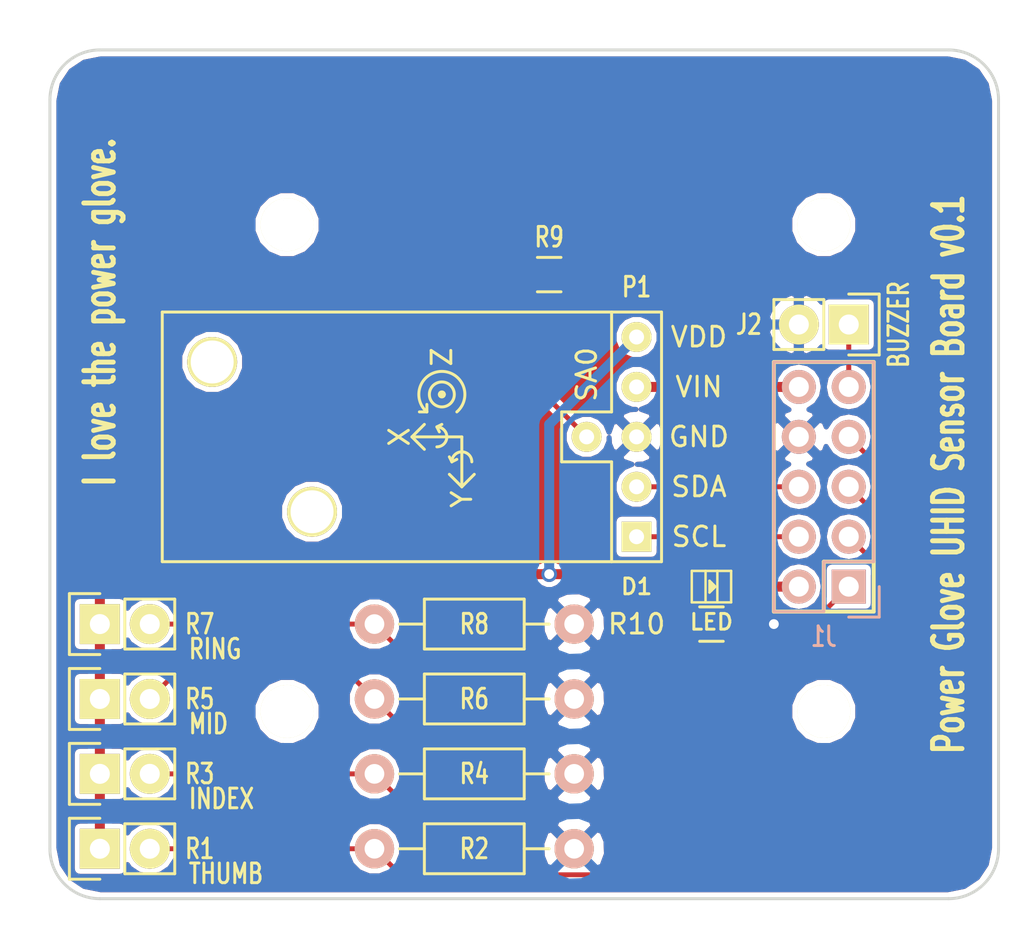
<source format=kicad_pcb>
(kicad_pcb (version 4) (host pcbnew 4.0.1-stable)

  (general
    (links 28)
    (no_connects 0)
    (area 124.46 73.66 176.770429 121.679)
    (thickness 1.6)
    (drawings 25)
    (tracks 55)
    (zones 0)
    (modules 18)
    (nets 13)
  )

  (page USLetter)
  (title_block
    (title "Power Glove UHID Sensor Board")
    (date 2016-03-24)
    (rev 0.1)
  )

  (layers
    (0 F.Cu signal)
    (31 B.Cu signal)
    (32 B.Adhes user)
    (33 F.Adhes user)
    (34 B.Paste user)
    (35 F.Paste user)
    (36 B.SilkS user)
    (37 F.SilkS user)
    (38 B.Mask user)
    (39 F.Mask user)
    (40 Dwgs.User user)
    (41 Cmts.User user)
    (42 Eco1.User user)
    (43 Eco2.User user)
    (44 Edge.Cuts user)
    (45 Margin user)
    (46 B.CrtYd user)
    (47 F.CrtYd user)
    (48 B.Fab user)
    (49 F.Fab user)
  )

  (setup
    (last_trace_width 0.254)
    (user_trace_width 0.254)
    (user_trace_width 0.508)
    (user_trace_width 1.016)
    (trace_clearance 0.254)
    (zone_clearance 0.254)
    (zone_45_only no)
    (trace_min 0.2)
    (segment_width 0.2)
    (edge_width 0.15)
    (via_size 0.6)
    (via_drill 0.4)
    (via_min_size 0.4)
    (via_min_drill 0.3)
    (user_via 0.6 0.4)
    (user_via 0.8 0.5)
    (user_via 1 0.6)
    (uvia_size 0.3)
    (uvia_drill 0.1)
    (uvias_allowed no)
    (uvia_min_size 0.2)
    (uvia_min_drill 0.1)
    (pcb_text_width 0.3)
    (pcb_text_size 1.5 1.5)
    (mod_edge_width 0.15)
    (mod_text_size 0.75 1)
    (mod_text_width 0.15)
    (pad_size 1.7272 1.7272)
    (pad_drill 1.016)
    (pad_to_mask_clearance 0.2)
    (aux_axis_origin 127 76.2)
    (grid_origin 127 76.2)
    (visible_elements 7FFEFFFF)
    (pcbplotparams
      (layerselection 0x010f0_80000001)
      (usegerberextensions true)
      (excludeedgelayer true)
      (linewidth 0.200000)
      (plotframeref false)
      (viasonmask false)
      (mode 1)
      (useauxorigin false)
      (hpglpennumber 1)
      (hpglpenspeed 20)
      (hpglpendiameter 15)
      (hpglpenoverlay 2)
      (psnegative false)
      (psa4output false)
      (plotreference true)
      (plotvalue false)
      (plotinvisibletext false)
      (padsonsilk false)
      (subtractmaskfromsilk false)
      (outputformat 1)
      (mirror false)
      (drillshape 0)
      (scaleselection 1)
      (outputdirectory gerbers/sensor_board/))
  )

  (net 0 "")
  (net 1 GND)
  (net 2 "Net-(P1-Pad6)")
  (net 3 /IMU_SCL)
  (net 4 /IMU_SDA)
  (net 5 +3V3)
  (net 6 /FLEX_THUMB)
  (net 7 /FLEX_INDEX)
  (net 8 /FLEX_MIDDLE)
  (net 9 /FLEX_RING)
  (net 10 /BUZZER)
  (net 11 "Net-(D1-Pad1)")
  (net 12 /VIN)

  (net_class Default "This is the default net class."
    (clearance 0.254)
    (trace_width 0.254)
    (via_dia 0.6)
    (via_drill 0.4)
    (uvia_dia 0.3)
    (uvia_drill 0.1)
    (add_net /BUZZER)
    (add_net /FLEX_INDEX)
    (add_net /FLEX_MIDDLE)
    (add_net /FLEX_RING)
    (add_net /FLEX_THUMB)
    (add_net /IMU_SCL)
    (add_net /IMU_SDA)
    (add_net "Net-(D1-Pad1)")
    (add_net "Net-(P1-Pad6)")
  )

  (net_class Power ""
    (clearance 0.254)
    (trace_width 0.508)
    (via_dia 0.8)
    (via_drill 0.5)
    (uvia_dia 0.3)
    (uvia_drill 0.1)
    (add_net +3V3)
    (add_net /VIN)
    (add_net GND)
  )

  (module Mounting_Holes:MountingHole_2.7mm_M2.5 (layer F.Cu) (tedit 56F256DF) (tstamp 56F381E5)
    (at 139.065 109.855)
    (descr "Mounting Hole 2.7mm, no annular, M2.5")
    (tags "mounting hole 2.7mm no annular m2.5")
    (fp_text reference REF** (at 0 -3.7) (layer F.SilkS) hide
      (effects (font (size 1 0.75) (thickness 0.15)))
    )
    (fp_text value MountingHole_2.7mm_M2.5 (at 0 3.7) (layer F.Fab)
      (effects (font (size 1 1) (thickness 0.15)))
    )
    (fp_circle (center 0 0) (end 2.7 0) (layer Cmts.User) (width 0.15))
    (fp_circle (center 0 0) (end 2.95 0) (layer F.CrtYd) (width 0.05))
    (pad 1 np_thru_hole circle (at 0 0) (size 2.7 2.7) (drill 2.7) (layers *.Cu *.Mask F.SilkS))
  )

  (module Mounting_Holes:MountingHole_2.7mm_M2.5 (layer F.Cu) (tedit 56F256D6) (tstamp 56F381DF)
    (at 166.37 109.855)
    (descr "Mounting Hole 2.7mm, no annular, M2.5")
    (tags "mounting hole 2.7mm no annular m2.5")
    (fp_text reference REF** (at 0 -3.7) (layer F.SilkS) hide
      (effects (font (size 1 0.75) (thickness 0.15)))
    )
    (fp_text value MountingHole_2.7mm_M2.5 (at 0 3.7) (layer F.Fab)
      (effects (font (size 1 1) (thickness 0.15)))
    )
    (fp_circle (center 0 0) (end 2.7 0) (layer Cmts.User) (width 0.15))
    (fp_circle (center 0 0) (end 2.95 0) (layer F.CrtYd) (width 0.05))
    (pad 1 np_thru_hole circle (at 0 0) (size 2.7 2.7) (drill 2.7) (layers *.Cu *.Mask F.SilkS))
  )

  (module Mounting_Holes:MountingHole_2.7mm_M2.5 (layer F.Cu) (tedit 56F256D9) (tstamp 56F381D9)
    (at 166.37 85.09)
    (descr "Mounting Hole 2.7mm, no annular, M2.5")
    (tags "mounting hole 2.7mm no annular m2.5")
    (fp_text reference REF** (at 0 -3.7) (layer F.SilkS) hide
      (effects (font (size 1 0.75) (thickness 0.15)))
    )
    (fp_text value MountingHole_2.7mm_M2.5 (at 0 3.7) (layer F.Fab)
      (effects (font (size 1 1) (thickness 0.15)))
    )
    (fp_circle (center 0 0) (end 2.7 0) (layer Cmts.User) (width 0.15))
    (fp_circle (center 0 0) (end 2.95 0) (layer F.CrtYd) (width 0.05))
    (pad 1 np_thru_hole circle (at 0 0) (size 2.7 2.7) (drill 2.7) (layers *.Cu *.Mask F.SilkS))
  )

  (module custom:ALTIMU10 (layer F.Cu) (tedit 56C005D9) (tstamp 56C015C4)
    (at 156.845 95.885 90)
    (path /56C00ADD)
    (fp_text reference P1 (at 7.62 0 180) (layer F.SilkS)
      (effects (font (size 1 0.75) (thickness 0.15)))
    )
    (fp_text value CONN_01X06 (at 0 -5.08 90) (layer F.Fab)
      (effects (font (size 1 1) (thickness 0.15)))
    )
    (fp_line (start 0.508 -10.16) (end 0.635 -9.906) (layer F.SilkS) (width 0.15))
    (fp_line (start 0.508 -10.16) (end 0.254 -10.033) (layer F.SilkS) (width 0.15))
    (fp_line (start -1.27 -9.398) (end -1.143 -9.144) (layer F.SilkS) (width 0.15))
    (fp_line (start -1.27 -9.398) (end -1.016 -9.525) (layer F.SilkS) (width 0.15))
    (fp_arc (start -1.27 -8.89) (end -1.27 -9.398) (angle 180) (layer F.SilkS) (width 0.15))
    (fp_arc (start 0 -10.16) (end 0.508 -10.16) (angle 180) (layer F.SilkS) (width 0.15))
    (fp_line (start 1.27 -10.668) (end 1.651 -10.668) (layer F.SilkS) (width 0.15))
    (fp_line (start 1.27 -10.668) (end 1.27 -11.049) (layer F.SilkS) (width 0.15))
    (fp_arc (start 2.159 -9.906) (end 1.27 -10.668) (angle 278.7974107) (layer F.SilkS) (width 0.15))
    (fp_circle (center 2.159 -9.906) (end 2.159 -10.541) (layer F.SilkS) (width 0.15))
    (fp_line (start 2.159 -10.033) (end 2.159 -9.779) (layer F.SilkS) (width 0.15))
    (fp_circle (center 2.159 -9.906) (end 2.159 -10.033) (layer F.SilkS) (width 0.15))
    (fp_text user Z (at 4.064 -9.906 90) (layer F.SilkS)
      (effects (font (size 1 1) (thickness 0.15)))
    )
    (fp_text user Y (at -3.175 -8.89 90) (layer F.SilkS)
      (effects (font (size 1 1) (thickness 0.15)))
    )
    (fp_text user X (at 0 -12.065 90) (layer F.SilkS)
      (effects (font (size 1 1) (thickness 0.15)))
    )
    (fp_line (start -2.54 -8.89) (end -1.905 -8.255) (layer F.SilkS) (width 0.15))
    (fp_line (start -2.54 -8.89) (end -1.905 -9.525) (layer F.SilkS) (width 0.15))
    (fp_line (start 0 -8.89) (end -2.54 -8.89) (layer F.SilkS) (width 0.15))
    (fp_line (start 0 -11.43) (end -0.635 -10.795) (layer F.SilkS) (width 0.15))
    (fp_line (start 0 -11.43) (end 0.635 -10.795) (layer F.SilkS) (width 0.15))
    (fp_line (start 0 -8.89) (end 0 -11.43) (layer F.SilkS) (width 0.15))
    (fp_line (start -6.35 -24.13) (end -6.35 -1.27) (layer F.SilkS) (width 0.15))
    (fp_line (start 6.35 -24.13) (end -6.35 -24.13) (layer F.SilkS) (width 0.15))
    (fp_line (start 6.35 -1.27) (end 6.35 -24.13) (layer F.SilkS) (width 0.15))
    (fp_text user SA0 (at 3.175 -2.54 90) (layer F.SilkS)
      (effects (font (size 1 1) (thickness 0.15)))
    )
    (fp_text user VDD (at 5.08 3.175 360) (layer F.SilkS)
      (effects (font (size 1 1) (thickness 0.15)))
    )
    (fp_text user VIN (at 2.54 3.175 180) (layer F.SilkS)
      (effects (font (size 1 1) (thickness 0.15)))
    )
    (fp_text user GND (at 0 3.175 180) (layer F.SilkS)
      (effects (font (size 1 1) (thickness 0.15)))
    )
    (fp_text user SDA (at -2.54 3.175 180) (layer F.SilkS)
      (effects (font (size 1 1) (thickness 0.15)))
    )
    (fp_text user SCL (at -5.08 3.175 180) (layer F.SilkS)
      (effects (font (size 1 1) (thickness 0.15)))
    )
    (fp_line (start -6.35 -1.27) (end -1.27 -1.27) (layer F.SilkS) (width 0.15))
    (fp_line (start -1.27 -1.27) (end -1.27 -3.81) (layer F.SilkS) (width 0.15))
    (fp_line (start -1.27 -3.81) (end 1.27 -3.81) (layer F.SilkS) (width 0.15))
    (fp_line (start 1.27 -3.81) (end 1.27 -1.27) (layer F.SilkS) (width 0.15))
    (fp_line (start 1.27 -1.27) (end 6.35 -1.27) (layer F.SilkS) (width 0.15))
    (fp_line (start 6.35 -1.27) (end 6.35 1.27) (layer F.SilkS) (width 0.15))
    (fp_line (start 6.35 1.27) (end -6.35 1.27) (layer F.SilkS) (width 0.15))
    (fp_line (start -6.35 1.27) (end -6.35 -1.27) (layer F.SilkS) (width 0.15))
    (pad 6 thru_hole circle (at 0 -2.54 90) (size 1.524 1.524) (drill 0.762) (layers *.Cu *.Mask F.SilkS)
      (net 2 "Net-(P1-Pad6)"))
    (pad 1 thru_hole rect (at -5.08 0 90) (size 1.524 1.524) (drill 0.762) (layers *.Cu *.Mask F.SilkS)
      (net 3 /IMU_SCL))
    (pad 2 thru_hole circle (at -2.54 0 90) (size 1.524 1.524) (drill 0.762) (layers *.Cu *.Mask F.SilkS)
      (net 4 /IMU_SDA))
    (pad 3 thru_hole circle (at 0 0 90) (size 1.524 1.524) (drill 0.762) (layers *.Cu *.Mask F.SilkS)
      (net 1 GND))
    (pad 4 thru_hole circle (at 2.54 0 90) (size 1.524 1.524) (drill 0.762) (layers *.Cu *.Mask F.SilkS)
      (net 12 /VIN))
    (pad 5 thru_hole circle (at 5.08 0 90) (size 1.524 1.524) (drill 0.762) (layers *.Cu *.Mask F.SilkS)
      (net 5 +3V3))
    (pad "" np_thru_hole circle (at 3.81 -21.59 90) (size 2.54 2.54) (drill 2.1844) (layers *.Cu *.Mask F.SilkS))
    (pad "" np_thru_hole circle (at -3.81 -16.51 90) (size 2.54 2.54) (drill 2.1844) (layers *.Cu *.Mask F.SilkS))
  )

  (module Resistors_SMD:R_0805_HandSoldering (layer F.Cu) (tedit 54189DEE) (tstamp 56C01602)
    (at 152.4 87.63 180)
    (descr "Resistor SMD 0805, hand soldering")
    (tags "resistor 0805")
    (path /56C0184F)
    (attr smd)
    (fp_text reference R9 (at 0 1.905 180) (layer F.SilkS)
      (effects (font (size 1 0.75) (thickness 0.15)))
    )
    (fp_text value DNP (at 0 2.1 180) (layer F.Fab)
      (effects (font (size 1 1) (thickness 0.15)))
    )
    (fp_line (start -2.4 -1) (end 2.4 -1) (layer F.CrtYd) (width 0.05))
    (fp_line (start -2.4 1) (end 2.4 1) (layer F.CrtYd) (width 0.05))
    (fp_line (start -2.4 -1) (end -2.4 1) (layer F.CrtYd) (width 0.05))
    (fp_line (start 2.4 -1) (end 2.4 1) (layer F.CrtYd) (width 0.05))
    (fp_line (start 0.6 0.875) (end -0.6 0.875) (layer F.SilkS) (width 0.15))
    (fp_line (start -0.6 -0.875) (end 0.6 -0.875) (layer F.SilkS) (width 0.15))
    (pad 1 smd rect (at -1.35 0 180) (size 1.5 1.3) (layers F.Cu F.Paste F.Mask)
      (net 1 GND))
    (pad 2 smd rect (at 1.35 0 180) (size 1.5 1.3) (layers F.Cu F.Paste F.Mask)
      (net 2 "Net-(P1-Pad6)"))
    (model Resistors_SMD.3dshapes/R_0805_HandSoldering.wrl
      (at (xyz 0 0 0))
      (scale (xyz 1 1 1))
      (rotate (xyz 0 0 0))
    )
  )

  (module Socket_Strips:Socket_Strip_Straight_1x02 (layer F.Cu) (tedit 54E9F75E) (tstamp 56C01FB4)
    (at 129.54 116.84)
    (descr "Through hole socket strip")
    (tags "socket strip")
    (path /56BFFADF)
    (fp_text reference R1 (at 5.08 0 180) (layer F.SilkS)
      (effects (font (size 1 0.75) (thickness 0.15)))
    )
    (fp_text value PG_FLEX (at 0 -3.1) (layer F.Fab)
      (effects (font (size 1 1) (thickness 0.15)))
    )
    (fp_line (start -1.55 1.55) (end 0 1.55) (layer F.SilkS) (width 0.15))
    (fp_line (start 3.81 1.27) (end 1.27 1.27) (layer F.SilkS) (width 0.15))
    (fp_line (start -1.75 -1.75) (end -1.75 1.75) (layer F.CrtYd) (width 0.05))
    (fp_line (start 4.3 -1.75) (end 4.3 1.75) (layer F.CrtYd) (width 0.05))
    (fp_line (start -1.75 -1.75) (end 4.3 -1.75) (layer F.CrtYd) (width 0.05))
    (fp_line (start -1.75 1.75) (end 4.3 1.75) (layer F.CrtYd) (width 0.05))
    (fp_line (start 1.27 1.27) (end 1.27 -1.27) (layer F.SilkS) (width 0.15))
    (fp_line (start 0 -1.55) (end -1.55 -1.55) (layer F.SilkS) (width 0.15))
    (fp_line (start -1.55 -1.55) (end -1.55 1.55) (layer F.SilkS) (width 0.15))
    (fp_line (start 1.27 -1.27) (end 3.81 -1.27) (layer F.SilkS) (width 0.15))
    (fp_line (start 3.81 -1.27) (end 3.81 1.27) (layer F.SilkS) (width 0.15))
    (pad 1 thru_hole rect (at 0 0) (size 2.032 2.032) (drill 1.016) (layers *.Cu *.Mask F.SilkS)
      (net 5 +3V3))
    (pad 2 thru_hole oval (at 2.54 0) (size 2.032 2.032) (drill 1.016) (layers *.Cu *.Mask F.SilkS)
      (net 6 /FLEX_THUMB))
  )

  (module Socket_Strips:Socket_Strip_Straight_1x02 (layer F.Cu) (tedit 54E9F75E) (tstamp 56C01FB9)
    (at 129.54 113.03)
    (descr "Through hole socket strip")
    (tags "socket strip")
    (path /56BFFCC9)
    (fp_text reference R3 (at 5.08 0 180) (layer F.SilkS)
      (effects (font (size 1 0.75) (thickness 0.15)))
    )
    (fp_text value PG_FLEX (at 0 -3.1) (layer F.Fab)
      (effects (font (size 1 1) (thickness 0.15)))
    )
    (fp_line (start -1.55 1.55) (end 0 1.55) (layer F.SilkS) (width 0.15))
    (fp_line (start 3.81 1.27) (end 1.27 1.27) (layer F.SilkS) (width 0.15))
    (fp_line (start -1.75 -1.75) (end -1.75 1.75) (layer F.CrtYd) (width 0.05))
    (fp_line (start 4.3 -1.75) (end 4.3 1.75) (layer F.CrtYd) (width 0.05))
    (fp_line (start -1.75 -1.75) (end 4.3 -1.75) (layer F.CrtYd) (width 0.05))
    (fp_line (start -1.75 1.75) (end 4.3 1.75) (layer F.CrtYd) (width 0.05))
    (fp_line (start 1.27 1.27) (end 1.27 -1.27) (layer F.SilkS) (width 0.15))
    (fp_line (start 0 -1.55) (end -1.55 -1.55) (layer F.SilkS) (width 0.15))
    (fp_line (start -1.55 -1.55) (end -1.55 1.55) (layer F.SilkS) (width 0.15))
    (fp_line (start 1.27 -1.27) (end 3.81 -1.27) (layer F.SilkS) (width 0.15))
    (fp_line (start 3.81 -1.27) (end 3.81 1.27) (layer F.SilkS) (width 0.15))
    (pad 1 thru_hole rect (at 0 0) (size 2.032 2.032) (drill 1.016) (layers *.Cu *.Mask F.SilkS)
      (net 5 +3V3))
    (pad 2 thru_hole oval (at 2.54 0) (size 2.032 2.032) (drill 1.016) (layers *.Cu *.Mask F.SilkS)
      (net 7 /FLEX_INDEX))
  )

  (module Socket_Strips:Socket_Strip_Straight_1x02 (layer F.Cu) (tedit 54E9F75E) (tstamp 56C01FBE)
    (at 129.54 109.22)
    (descr "Through hole socket strip")
    (tags "socket strip")
    (path /56BFFCE5)
    (fp_text reference R5 (at 5.08 0 180) (layer F.SilkS)
      (effects (font (size 1 0.75) (thickness 0.15)))
    )
    (fp_text value PG_FLEX (at 0 -3.1) (layer F.Fab)
      (effects (font (size 1 1) (thickness 0.15)))
    )
    (fp_line (start -1.55 1.55) (end 0 1.55) (layer F.SilkS) (width 0.15))
    (fp_line (start 3.81 1.27) (end 1.27 1.27) (layer F.SilkS) (width 0.15))
    (fp_line (start -1.75 -1.75) (end -1.75 1.75) (layer F.CrtYd) (width 0.05))
    (fp_line (start 4.3 -1.75) (end 4.3 1.75) (layer F.CrtYd) (width 0.05))
    (fp_line (start -1.75 -1.75) (end 4.3 -1.75) (layer F.CrtYd) (width 0.05))
    (fp_line (start -1.75 1.75) (end 4.3 1.75) (layer F.CrtYd) (width 0.05))
    (fp_line (start 1.27 1.27) (end 1.27 -1.27) (layer F.SilkS) (width 0.15))
    (fp_line (start 0 -1.55) (end -1.55 -1.55) (layer F.SilkS) (width 0.15))
    (fp_line (start -1.55 -1.55) (end -1.55 1.55) (layer F.SilkS) (width 0.15))
    (fp_line (start 1.27 -1.27) (end 3.81 -1.27) (layer F.SilkS) (width 0.15))
    (fp_line (start 3.81 -1.27) (end 3.81 1.27) (layer F.SilkS) (width 0.15))
    (pad 1 thru_hole rect (at 0 0) (size 2.032 2.032) (drill 1.016) (layers *.Cu *.Mask F.SilkS)
      (net 5 +3V3))
    (pad 2 thru_hole oval (at 2.54 0) (size 2.032 2.032) (drill 1.016) (layers *.Cu *.Mask F.SilkS)
      (net 8 /FLEX_MIDDLE))
  )

  (module Socket_Strips:Socket_Strip_Straight_1x02 (layer F.Cu) (tedit 54E9F75E) (tstamp 56C01FC3)
    (at 129.54 105.41)
    (descr "Through hole socket strip")
    (tags "socket strip")
    (path /56BFFD38)
    (fp_text reference R7 (at 5.08 0 180) (layer F.SilkS)
      (effects (font (size 1 0.75) (thickness 0.15)))
    )
    (fp_text value PG_FLEX (at 0 -3.1) (layer F.Fab)
      (effects (font (size 1 1) (thickness 0.15)))
    )
    (fp_line (start -1.55 1.55) (end 0 1.55) (layer F.SilkS) (width 0.15))
    (fp_line (start 3.81 1.27) (end 1.27 1.27) (layer F.SilkS) (width 0.15))
    (fp_line (start -1.75 -1.75) (end -1.75 1.75) (layer F.CrtYd) (width 0.05))
    (fp_line (start 4.3 -1.75) (end 4.3 1.75) (layer F.CrtYd) (width 0.05))
    (fp_line (start -1.75 -1.75) (end 4.3 -1.75) (layer F.CrtYd) (width 0.05))
    (fp_line (start -1.75 1.75) (end 4.3 1.75) (layer F.CrtYd) (width 0.05))
    (fp_line (start 1.27 1.27) (end 1.27 -1.27) (layer F.SilkS) (width 0.15))
    (fp_line (start 0 -1.55) (end -1.55 -1.55) (layer F.SilkS) (width 0.15))
    (fp_line (start -1.55 -1.55) (end -1.55 1.55) (layer F.SilkS) (width 0.15))
    (fp_line (start 1.27 -1.27) (end 3.81 -1.27) (layer F.SilkS) (width 0.15))
    (fp_line (start 3.81 -1.27) (end 3.81 1.27) (layer F.SilkS) (width 0.15))
    (pad 1 thru_hole rect (at 0 0) (size 2.032 2.032) (drill 1.016) (layers *.Cu *.Mask F.SilkS)
      (net 5 +3V3))
    (pad 2 thru_hole oval (at 2.54 0) (size 2.032 2.032) (drill 1.016) (layers *.Cu *.Mask F.SilkS)
      (net 9 /FLEX_RING))
  )

  (module Socket_Strips:Socket_Strip_Straight_2x05 (layer B.Cu) (tedit 56F259BC) (tstamp 56EFCD26)
    (at 167.64 103.505 90)
    (descr "Through hole socket strip")
    (tags "socket strip")
    (path /56EFE1BF)
    (fp_text reference J1 (at -2.54 -1.27 360) (layer B.SilkS)
      (effects (font (size 1 0.75) (thickness 0.15)) (justify mirror))
    )
    (fp_text value HEADER_5x2 (at 0 3.1 90) (layer B.Fab)
      (effects (font (size 1 1) (thickness 0.15)) (justify mirror))
    )
    (fp_line (start -1.75 1.75) (end -1.75 -4.3) (layer B.CrtYd) (width 0.05))
    (fp_line (start 11.95 1.75) (end 11.95 -4.3) (layer B.CrtYd) (width 0.05))
    (fp_line (start -1.75 1.75) (end 11.95 1.75) (layer B.CrtYd) (width 0.05))
    (fp_line (start -1.75 -4.3) (end 11.95 -4.3) (layer B.CrtYd) (width 0.05))
    (fp_line (start -1.27 -3.81) (end 11.43 -3.81) (layer B.SilkS) (width 0.15))
    (fp_line (start 11.43 -3.81) (end 11.43 1.27) (layer B.SilkS) (width 0.15))
    (fp_line (start 11.43 1.27) (end 1.27 1.27) (layer B.SilkS) (width 0.15))
    (fp_line (start -1.27 -3.81) (end -1.27 -1.27) (layer B.SilkS) (width 0.15))
    (fp_line (start 0 1.55) (end -1.55 1.55) (layer B.SilkS) (width 0.15))
    (fp_line (start -1.27 -1.27) (end 1.27 -1.27) (layer B.SilkS) (width 0.15))
    (fp_line (start 1.27 -1.27) (end 1.27 1.27) (layer B.SilkS) (width 0.15))
    (fp_line (start -1.55 1.55) (end -1.55 0) (layer B.SilkS) (width 0.15))
    (pad 1 thru_hole rect (at 0 0 90) (size 1.7272 1.7272) (drill 1.016) (layers *.Cu *.Mask B.SilkS)
      (net 9 /FLEX_RING))
    (pad 2 thru_hole oval (at 0 -2.54 90) (size 1.7272 1.7272) (drill 1.016) (layers *.Cu *.Mask B.SilkS)
      (net 5 +3V3))
    (pad 3 thru_hole oval (at 2.54 0 90) (size 1.7272 1.7272) (drill 1.016) (layers *.Cu *.Mask B.SilkS)
      (net 8 /FLEX_MIDDLE))
    (pad 4 thru_hole oval (at 2.54 -2.54 90) (size 1.7272 1.7272) (drill 1.016) (layers *.Cu *.Mask B.SilkS)
      (net 3 /IMU_SCL))
    (pad 5 thru_hole oval (at 5.08 0 90) (size 1.7272 1.7272) (drill 1.016) (layers *.Cu *.Mask B.SilkS)
      (net 7 /FLEX_INDEX))
    (pad 6 thru_hole oval (at 5.08 -2.54 90) (size 1.7272 1.7272) (drill 1.016) (layers *.Cu *.Mask B.SilkS)
      (net 4 /IMU_SDA))
    (pad 7 thru_hole oval (at 7.62 0 90) (size 1.7272 1.7272) (drill 1.016) (layers *.Cu *.Mask B.SilkS)
      (net 6 /FLEX_THUMB))
    (pad 8 thru_hole oval (at 7.62 -2.54 45) (size 1.7272 1.7272) (drill 1.016) (layers *.Cu *.Mask B.SilkS)
      (net 1 GND))
    (pad 9 thru_hole oval (at 10.16 0 90) (size 1.7272 1.7272) (drill 1.016) (layers *.Cu *.Mask B.SilkS)
      (net 10 /BUZZER))
    (pad 10 thru_hole oval (at 10.16 -2.54 90) (size 1.7272 1.7272) (drill 1.016) (layers *.Cu *.Mask B.SilkS)
      (net 12 /VIN))
  )

  (module Socket_Strips:Socket_Strip_Straight_1x02 (layer F.Cu) (tedit 54E9F75E) (tstamp 56EFCD2C)
    (at 167.64 90.17 180)
    (descr "Through hole socket strip")
    (tags "socket strip")
    (path /56F01005)
    (fp_text reference J2 (at 5.08 0 360) (layer F.SilkS)
      (effects (font (size 1 0.75) (thickness 0.15)))
    )
    (fp_text value HEADER_2 (at 0 -3.1 180) (layer F.Fab)
      (effects (font (size 1 1) (thickness 0.15)))
    )
    (fp_line (start -1.55 1.55) (end 0 1.55) (layer F.SilkS) (width 0.15))
    (fp_line (start 3.81 1.27) (end 1.27 1.27) (layer F.SilkS) (width 0.15))
    (fp_line (start -1.75 -1.75) (end -1.75 1.75) (layer F.CrtYd) (width 0.05))
    (fp_line (start 4.3 -1.75) (end 4.3 1.75) (layer F.CrtYd) (width 0.05))
    (fp_line (start -1.75 -1.75) (end 4.3 -1.75) (layer F.CrtYd) (width 0.05))
    (fp_line (start -1.75 1.75) (end 4.3 1.75) (layer F.CrtYd) (width 0.05))
    (fp_line (start 1.27 1.27) (end 1.27 -1.27) (layer F.SilkS) (width 0.15))
    (fp_line (start 0 -1.55) (end -1.55 -1.55) (layer F.SilkS) (width 0.15))
    (fp_line (start -1.55 -1.55) (end -1.55 1.55) (layer F.SilkS) (width 0.15))
    (fp_line (start 1.27 -1.27) (end 3.81 -1.27) (layer F.SilkS) (width 0.15))
    (fp_line (start 3.81 -1.27) (end 3.81 1.27) (layer F.SilkS) (width 0.15))
    (pad 1 thru_hole rect (at 0 0 180) (size 2.032 2.032) (drill 1.016) (layers *.Cu *.Mask F.SilkS)
      (net 10 /BUZZER))
    (pad 2 thru_hole oval (at 2.54 0 180) (size 2.032 2.032) (drill 1.016) (layers *.Cu *.Mask F.SilkS)
      (net 1 GND))
  )

  (module Resistors_ThroughHole:Resistor_Horizontal_RM10mm (layer F.Cu) (tedit 56648415) (tstamp 56EFCD55)
    (at 143.51 116.84)
    (descr "Resistor, Axial,  RM 10mm, 1/3W")
    (tags "Resistor Axial RM 10mm 1/3W")
    (path /56BFFF55)
    (fp_text reference R2 (at 5.08 0) (layer F.SilkS)
      (effects (font (size 1 0.75) (thickness 0.15)))
    )
    (fp_text value 1M (at 5.08 3.81) (layer F.Fab)
      (effects (font (size 1 1) (thickness 0.15)))
    )
    (fp_line (start -1.25 -1.5) (end 11.4 -1.5) (layer F.CrtYd) (width 0.05))
    (fp_line (start -1.25 1.5) (end -1.25 -1.5) (layer F.CrtYd) (width 0.05))
    (fp_line (start 11.4 -1.5) (end 11.4 1.5) (layer F.CrtYd) (width 0.05))
    (fp_line (start -1.25 1.5) (end 11.4 1.5) (layer F.CrtYd) (width 0.05))
    (fp_line (start 2.54 -1.27) (end 7.62 -1.27) (layer F.SilkS) (width 0.15))
    (fp_line (start 7.62 -1.27) (end 7.62 1.27) (layer F.SilkS) (width 0.15))
    (fp_line (start 7.62 1.27) (end 2.54 1.27) (layer F.SilkS) (width 0.15))
    (fp_line (start 2.54 1.27) (end 2.54 -1.27) (layer F.SilkS) (width 0.15))
    (fp_line (start 2.54 0) (end 1.27 0) (layer F.SilkS) (width 0.15))
    (fp_line (start 7.62 0) (end 8.89 0) (layer F.SilkS) (width 0.15))
    (pad 1 thru_hole circle (at 0 0) (size 1.99898 1.99898) (drill 1.00076) (layers *.Cu *.SilkS *.Mask)
      (net 6 /FLEX_THUMB))
    (pad 2 thru_hole circle (at 10.16 0) (size 1.99898 1.99898) (drill 1.00076) (layers *.Cu *.SilkS *.Mask)
      (net 1 GND))
    (model Resistors_ThroughHole.3dshapes/Resistor_Horizontal_RM10mm.wrl
      (at (xyz 0.2 0 0))
      (scale (xyz 0.4 0.4 0.4))
      (rotate (xyz 0 0 0))
    )
  )

  (module Resistors_ThroughHole:Resistor_Horizontal_RM10mm (layer F.Cu) (tedit 56648415) (tstamp 56EFCD5A)
    (at 143.51 113.03)
    (descr "Resistor, Axial,  RM 10mm, 1/3W")
    (tags "Resistor Axial RM 10mm 1/3W")
    (path /56BFFFCC)
    (fp_text reference R4 (at 5.08 0) (layer F.SilkS)
      (effects (font (size 1 0.75) (thickness 0.15)))
    )
    (fp_text value 1M (at 5.08 3.81) (layer F.Fab)
      (effects (font (size 1 1) (thickness 0.15)))
    )
    (fp_line (start -1.25 -1.5) (end 11.4 -1.5) (layer F.CrtYd) (width 0.05))
    (fp_line (start -1.25 1.5) (end -1.25 -1.5) (layer F.CrtYd) (width 0.05))
    (fp_line (start 11.4 -1.5) (end 11.4 1.5) (layer F.CrtYd) (width 0.05))
    (fp_line (start -1.25 1.5) (end 11.4 1.5) (layer F.CrtYd) (width 0.05))
    (fp_line (start 2.54 -1.27) (end 7.62 -1.27) (layer F.SilkS) (width 0.15))
    (fp_line (start 7.62 -1.27) (end 7.62 1.27) (layer F.SilkS) (width 0.15))
    (fp_line (start 7.62 1.27) (end 2.54 1.27) (layer F.SilkS) (width 0.15))
    (fp_line (start 2.54 1.27) (end 2.54 -1.27) (layer F.SilkS) (width 0.15))
    (fp_line (start 2.54 0) (end 1.27 0) (layer F.SilkS) (width 0.15))
    (fp_line (start 7.62 0) (end 8.89 0) (layer F.SilkS) (width 0.15))
    (pad 1 thru_hole circle (at 0 0) (size 1.99898 1.99898) (drill 1.00076) (layers *.Cu *.SilkS *.Mask)
      (net 7 /FLEX_INDEX))
    (pad 2 thru_hole circle (at 10.16 0) (size 1.99898 1.99898) (drill 1.00076) (layers *.Cu *.SilkS *.Mask)
      (net 1 GND))
    (model Resistors_ThroughHole.3dshapes/Resistor_Horizontal_RM10mm.wrl
      (at (xyz 0.2 0 0))
      (scale (xyz 0.4 0.4 0.4))
      (rotate (xyz 0 0 0))
    )
  )

  (module Resistors_ThroughHole:Resistor_Horizontal_RM10mm (layer F.Cu) (tedit 56648415) (tstamp 56EFCD5F)
    (at 143.51 109.22)
    (descr "Resistor, Axial,  RM 10mm, 1/3W")
    (tags "Resistor Axial RM 10mm 1/3W")
    (path /56BFFFF6)
    (fp_text reference R6 (at 5.08 0) (layer F.SilkS)
      (effects (font (size 1 0.75) (thickness 0.15)))
    )
    (fp_text value 1M (at 5.08 3.81) (layer F.Fab)
      (effects (font (size 1 1) (thickness 0.15)))
    )
    (fp_line (start -1.25 -1.5) (end 11.4 -1.5) (layer F.CrtYd) (width 0.05))
    (fp_line (start -1.25 1.5) (end -1.25 -1.5) (layer F.CrtYd) (width 0.05))
    (fp_line (start 11.4 -1.5) (end 11.4 1.5) (layer F.CrtYd) (width 0.05))
    (fp_line (start -1.25 1.5) (end 11.4 1.5) (layer F.CrtYd) (width 0.05))
    (fp_line (start 2.54 -1.27) (end 7.62 -1.27) (layer F.SilkS) (width 0.15))
    (fp_line (start 7.62 -1.27) (end 7.62 1.27) (layer F.SilkS) (width 0.15))
    (fp_line (start 7.62 1.27) (end 2.54 1.27) (layer F.SilkS) (width 0.15))
    (fp_line (start 2.54 1.27) (end 2.54 -1.27) (layer F.SilkS) (width 0.15))
    (fp_line (start 2.54 0) (end 1.27 0) (layer F.SilkS) (width 0.15))
    (fp_line (start 7.62 0) (end 8.89 0) (layer F.SilkS) (width 0.15))
    (pad 1 thru_hole circle (at 0 0) (size 1.99898 1.99898) (drill 1.00076) (layers *.Cu *.SilkS *.Mask)
      (net 8 /FLEX_MIDDLE))
    (pad 2 thru_hole circle (at 10.16 0) (size 1.99898 1.99898) (drill 1.00076) (layers *.Cu *.SilkS *.Mask)
      (net 1 GND))
    (model Resistors_ThroughHole.3dshapes/Resistor_Horizontal_RM10mm.wrl
      (at (xyz 0.2 0 0))
      (scale (xyz 0.4 0.4 0.4))
      (rotate (xyz 0 0 0))
    )
  )

  (module Resistors_ThroughHole:Resistor_Horizontal_RM10mm (layer F.Cu) (tedit 56648415) (tstamp 56EFCD64)
    (at 143.51 105.41)
    (descr "Resistor, Axial,  RM 10mm, 1/3W")
    (tags "Resistor Axial RM 10mm 1/3W")
    (path /56C00025)
    (fp_text reference R8 (at 5.08 0) (layer F.SilkS)
      (effects (font (size 1 0.75) (thickness 0.15)))
    )
    (fp_text value 1M (at 5.08 3.81) (layer F.Fab)
      (effects (font (size 1 1) (thickness 0.15)))
    )
    (fp_line (start -1.25 -1.5) (end 11.4 -1.5) (layer F.CrtYd) (width 0.05))
    (fp_line (start -1.25 1.5) (end -1.25 -1.5) (layer F.CrtYd) (width 0.05))
    (fp_line (start 11.4 -1.5) (end 11.4 1.5) (layer F.CrtYd) (width 0.05))
    (fp_line (start -1.25 1.5) (end 11.4 1.5) (layer F.CrtYd) (width 0.05))
    (fp_line (start 2.54 -1.27) (end 7.62 -1.27) (layer F.SilkS) (width 0.15))
    (fp_line (start 7.62 -1.27) (end 7.62 1.27) (layer F.SilkS) (width 0.15))
    (fp_line (start 7.62 1.27) (end 2.54 1.27) (layer F.SilkS) (width 0.15))
    (fp_line (start 2.54 1.27) (end 2.54 -1.27) (layer F.SilkS) (width 0.15))
    (fp_line (start 2.54 0) (end 1.27 0) (layer F.SilkS) (width 0.15))
    (fp_line (start 7.62 0) (end 8.89 0) (layer F.SilkS) (width 0.15))
    (pad 1 thru_hole circle (at 0 0) (size 1.99898 1.99898) (drill 1.00076) (layers *.Cu *.SilkS *.Mask)
      (net 9 /FLEX_RING))
    (pad 2 thru_hole circle (at 10.16 0) (size 1.99898 1.99898) (drill 1.00076) (layers *.Cu *.SilkS *.Mask)
      (net 1 GND))
    (model Resistors_ThroughHole.3dshapes/Resistor_Horizontal_RM10mm.wrl
      (at (xyz 0.2 0 0))
      (scale (xyz 0.4 0.4 0.4))
      (rotate (xyz 0 0 0))
    )
  )

  (module Mounting_Holes:MountingHole_2.7mm_M2.5 (layer F.Cu) (tedit 56F256DC) (tstamp 56F381D7)
    (at 139.065 85.09)
    (descr "Mounting Hole 2.7mm, no annular, M2.5")
    (tags "mounting hole 2.7mm no annular m2.5")
    (fp_text reference REF** (at 0 -3.7) (layer F.SilkS) hide
      (effects (font (size 1 0.75) (thickness 0.15)))
    )
    (fp_text value MountingHole_2.7mm_M2.5 (at 0 3.7) (layer F.Fab)
      (effects (font (size 1 1) (thickness 0.15)))
    )
    (fp_circle (center 0 0) (end 2.7 0) (layer Cmts.User) (width 0.15))
    (fp_circle (center 0 0) (end 2.95 0) (layer F.CrtYd) (width 0.05))
    (pad 1 np_thru_hole circle (at 0 0) (size 2.7 2.7) (drill 2.7) (layers *.Cu *.Mask F.SilkS))
  )

  (module w_smd_leds:Led_0805 (layer F.Cu) (tedit 0) (tstamp 56F5F66F)
    (at 160.655 103.505)
    (descr "SMD LED, 0805")
    (path /56F271D5)
    (fp_text reference D1 (at -3.81 0) (layer F.SilkS)
      (effects (font (size 0.8001 0.8001) (thickness 0.14986)))
    )
    (fp_text value LED (at 0 1.80086) (layer F.SilkS)
      (effects (font (size 0.8001 0.8001) (thickness 0.14986)))
    )
    (fp_line (start 0.20066 0) (end -0.09906 -0.29972) (layer F.SilkS) (width 0.127))
    (fp_line (start -0.09906 -0.29972) (end -0.09906 0.29972) (layer F.SilkS) (width 0.127))
    (fp_line (start -0.09906 0.29972) (end 0.20066 0) (layer F.SilkS) (width 0.127))
    (fp_line (start 0.09906 0.09906) (end 0.09906 -0.09906) (layer F.SilkS) (width 0.127))
    (fp_line (start 0 -0.20066) (end 0 0.20066) (layer F.SilkS) (width 0.127))
    (fp_line (start 0.29972 0.8001) (end 0.29972 -0.8001) (layer F.SilkS) (width 0.127))
    (fp_line (start -0.29972 -0.8001) (end -0.29972 0.8001) (layer F.SilkS) (width 0.127))
    (fp_line (start -1.00076 -0.8001) (end 1.00076 -0.8001) (layer F.SilkS) (width 0.127))
    (fp_line (start 1.00076 -0.8001) (end 1.00076 0.8001) (layer F.SilkS) (width 0.127))
    (fp_line (start 1.00076 0.8001) (end -1.00076 0.8001) (layer F.SilkS) (width 0.127))
    (fp_line (start -1.00076 0.8001) (end -1.00076 -0.8001) (layer F.SilkS) (width 0.127))
    (pad 1 smd rect (at -1.04902 0) (size 1.19888 1.19888) (layers F.Cu F.Paste F.Mask)
      (net 11 "Net-(D1-Pad1)"))
    (pad 2 smd rect (at 1.04902 0) (size 1.19888 1.19888) (layers F.Cu F.Paste F.Mask)
      (net 5 +3V3))
    (model C:/Users/Nolan/Dropbox/Kicad/models/walter/smd_leds/led_0805.wrl
      (at (xyz 0 0 0))
      (scale (xyz 1 1 1))
      (rotate (xyz 0 0 0))
    )
  )

  (module Resistors_SMD:R_0805_HandSoldering (layer F.Cu) (tedit 54189DEE) (tstamp 56F5F67B)
    (at 160.655 105.41 180)
    (descr "Resistor SMD 0805, hand soldering")
    (tags "resistor 0805")
    (path /56F27C3E)
    (attr smd)
    (fp_text reference R10 (at 3.81 0 180) (layer F.SilkS)
      (effects (font (size 1 1) (thickness 0.15)))
    )
    (fp_text value 1k (at 0 2.1 180) (layer F.Fab)
      (effects (font (size 1 1) (thickness 0.15)))
    )
    (fp_line (start -2.4 -1) (end 2.4 -1) (layer F.CrtYd) (width 0.05))
    (fp_line (start -2.4 1) (end 2.4 1) (layer F.CrtYd) (width 0.05))
    (fp_line (start -2.4 -1) (end -2.4 1) (layer F.CrtYd) (width 0.05))
    (fp_line (start 2.4 -1) (end 2.4 1) (layer F.CrtYd) (width 0.05))
    (fp_line (start 0.6 0.875) (end -0.6 0.875) (layer F.SilkS) (width 0.15))
    (fp_line (start -0.6 -0.875) (end 0.6 -0.875) (layer F.SilkS) (width 0.15))
    (pad 1 smd rect (at -1.35 0 180) (size 1.5 1.3) (layers F.Cu F.Paste F.Mask)
      (net 1 GND))
    (pad 2 smd rect (at 1.35 0 180) (size 1.5 1.3) (layers F.Cu F.Paste F.Mask)
      (net 11 "Net-(D1-Pad1)"))
    (model Resistors_SMD.3dshapes/R_0805_HandSoldering.wrl
      (at (xyz 0 0 0))
      (scale (xyz 1 1 1))
      (rotate (xyz 0 0 0))
    )
  )

  (gr_line (start 166.37 102.235) (end 166.37 104.775) (layer F.SilkS) (width 0.2))
  (gr_line (start 168.91 102.235) (end 166.37 102.235) (layer F.SilkS) (width 0.2))
  (gr_line (start 163.83 104.775) (end 163.83 92.075) (layer F.SilkS) (width 0.2))
  (gr_line (start 168.91 104.775) (end 163.83 104.775) (layer F.SilkS) (width 0.2))
  (gr_line (start 168.91 92.075) (end 168.91 104.775) (layer F.SilkS) (width 0.2))
  (gr_line (start 163.83 92.075) (end 168.91 92.075) (layer F.SilkS) (width 0.2))
  (gr_text BUZZER (at 170.18 90.17 90) (layer F.SilkS) (tstamp 56F5FA5E)
    (effects (font (size 1 0.75) (thickness 0.15)))
  )
  (gr_text "I love the power glove." (at 129.54 89.535 90) (layer F.SilkS) (tstamp 56F5F6B9)
    (effects (font (size 1.5 1) (thickness 0.25)))
  )
  (gr_text RING (at 133.985 106.68) (layer F.SilkS) (tstamp 56F38B60)
    (effects (font (size 1 0.75) (thickness 0.15)) (justify left))
  )
  (gr_text MID (at 133.985 110.49) (layer F.SilkS) (tstamp 56F38B5D)
    (effects (font (size 1 0.75) (thickness 0.15)) (justify left))
  )
  (gr_text INDEX (at 133.985 114.3) (layer F.SilkS) (tstamp 56F38B5A)
    (effects (font (size 1 0.75) (thickness 0.15)) (justify left))
  )
  (gr_text THUMB (at 133.985 118.11) (layer F.SilkS)
    (effects (font (size 1 0.75) (thickness 0.15)) (justify left))
  )
  (gr_text "Power Glove UHID Sensor Board v0.1" (at 172.72 97.79 90) (layer F.SilkS)
    (effects (font (size 1.5 1) (thickness 0.25)))
  )
  (gr_arc (start 172.72 78.74) (end 172.72 76.2) (angle 90) (layer Edge.Cuts) (width 0.15))
  (gr_arc (start 172.72 116.84) (end 175.26 116.84) (angle 90) (layer Edge.Cuts) (width 0.15))
  (gr_arc (start 129.54 116.84) (end 129.54 119.38) (angle 90) (layer Edge.Cuts) (width 0.15))
  (gr_arc (start 129.54 78.74) (end 127 78.74) (angle 90) (layer Edge.Cuts) (width 0.15))
  (gr_circle (center 166.37 109.855) (end 166.37 109.22) (layer Cmts.User) (width 0.2))
  (gr_circle (center 166.37 85.09) (end 166.37 85.725) (layer Cmts.User) (width 0.2))
  (gr_circle (center 139.065 109.855) (end 139.065 109.22) (layer Cmts.User) (width 0.2))
  (gr_circle (center 139.065 85.09) (end 139.065 85.725) (layer Cmts.User) (width 0.2))
  (gr_line (start 127 116.84) (end 127 78.74) (layer Edge.Cuts) (width 0.15))
  (gr_line (start 172.72 119.38) (end 129.54 119.38) (layer Edge.Cuts) (width 0.15))
  (gr_line (start 175.26 78.74) (end 175.26 116.84) (layer Edge.Cuts) (width 0.15))
  (gr_line (start 129.54 76.2) (end 172.72 76.2) (layer Edge.Cuts) (width 0.15))

  (segment (start 153.75 87.63) (end 153.75 92.79) (width 0.508) (layer F.Cu) (net 1))
  (segment (start 153.75 92.79) (end 156.845 95.885) (width 0.508) (layer F.Cu) (net 1))
  (segment (start 162.005 105.41) (end 163.83 105.41) (width 0.508) (layer F.Cu) (net 1))
  (via (at 163.83 105.41) (size 0.8) (drill 0.5) (layers F.Cu B.Cu) (net 1))
  (segment (start 151.05 87.63) (end 151.05 92.63) (width 0.254) (layer F.Cu) (net 2))
  (segment (start 151.05 92.63) (end 154.305 95.885) (width 0.254) (layer F.Cu) (net 2))
  (segment (start 156.845 100.965) (end 165.1 100.965) (width 0.254) (layer F.Cu) (net 3))
  (segment (start 156.845 98.425) (end 165.1 98.425) (width 0.254) (layer F.Cu) (net 4))
  (segment (start 161.70402 103.505) (end 160.596578 102.39756) (width 0.508) (layer F.Cu) (net 5))
  (segment (start 160.596578 102.39756) (end 158.58744 102.39756) (width 0.508) (layer F.Cu) (net 5))
  (segment (start 129.54 105.41) (end 129.54 103.886) (width 0.508) (layer F.Cu) (net 5))
  (segment (start 129.54 103.886) (end 130.556 102.87) (width 0.508) (layer F.Cu) (net 5))
  (segment (start 130.556 102.87) (end 151.765 102.87) (width 0.508) (layer F.Cu) (net 5))
  (segment (start 151.765 102.87) (end 152.4 102.87) (width 0.508) (layer F.Cu) (net 5))
  (segment (start 158.58744 102.39756) (end 158.115 102.87) (width 0.508) (layer F.Cu) (net 5))
  (segment (start 158.115 102.87) (end 152.4 102.87) (width 0.508) (layer F.Cu) (net 5))
  (segment (start 152.4 102.304315) (end 152.4 102.87) (width 0.508) (layer B.Cu) (net 5))
  (via (at 152.4 102.87) (size 0.8) (drill 0.5) (layers F.Cu B.Cu) (net 5))
  (segment (start 156.845 90.805) (end 152.4 95.25) (width 0.508) (layer B.Cu) (net 5))
  (segment (start 152.4 95.25) (end 152.4 102.304315) (width 0.508) (layer B.Cu) (net 5))
  (segment (start 129.54 113.03) (end 129.54 116.84) (width 0.508) (layer F.Cu) (net 5))
  (segment (start 129.54 109.22) (end 129.54 113.03) (width 0.508) (layer F.Cu) (net 5))
  (segment (start 129.54 105.41) (end 129.54 109.22) (width 0.508) (layer F.Cu) (net 5))
  (segment (start 161.70402 103.505) (end 165.1 103.505) (width 0.508) (layer F.Cu) (net 5))
  (segment (start 143.51 116.84) (end 144.834491 118.164491) (width 0.25) (layer F.Cu) (net 6))
  (segment (start 166.315509 118.164491) (end 171.45 113.03) (width 0.25) (layer F.Cu) (net 6))
  (segment (start 144.834491 118.164491) (end 166.315509 118.164491) (width 0.25) (layer F.Cu) (net 6))
  (segment (start 171.45 113.03) (end 171.45 99.695) (width 0.25) (layer F.Cu) (net 6))
  (segment (start 171.45 99.695) (end 167.64 95.885) (width 0.25) (layer F.Cu) (net 6))
  (segment (start 132.08 116.84) (end 143.51 116.84) (width 0.25) (layer F.Cu) (net 6))
  (segment (start 143.51 113.03) (end 145.415 114.935) (width 0.25) (layer F.Cu) (net 7))
  (segment (start 145.415 114.935) (end 167.64 114.935) (width 0.25) (layer F.Cu) (net 7))
  (segment (start 167.64 114.935) (end 170.815 111.76) (width 0.25) (layer F.Cu) (net 7))
  (segment (start 170.815 111.76) (end 170.815 101.6) (width 0.25) (layer F.Cu) (net 7))
  (segment (start 170.815 101.6) (end 167.64 98.425) (width 0.25) (layer F.Cu) (net 7))
  (segment (start 132.08 113.03) (end 143.51 113.03) (width 0.25) (layer F.Cu) (net 7))
  (segment (start 143.51 109.22) (end 145.415 111.125) (width 0.25) (layer F.Cu) (net 8))
  (segment (start 165.1 113.665) (end 167.64 113.665) (width 0.25) (layer F.Cu) (net 8))
  (segment (start 167.64 113.665) (end 170.18 111.125) (width 0.25) (layer F.Cu) (net 8))
  (segment (start 145.415 111.125) (end 162.56 111.125) (width 0.25) (layer F.Cu) (net 8))
  (segment (start 162.56 111.125) (end 165.1 113.665) (width 0.25) (layer F.Cu) (net 8))
  (segment (start 170.18 103.505) (end 168.503599 101.828599) (width 0.25) (layer F.Cu) (net 8))
  (segment (start 168.503599 101.828599) (end 167.64 100.965) (width 0.25) (layer F.Cu) (net 8))
  (segment (start 170.18 111.125) (end 170.18 103.505) (width 0.25) (layer F.Cu) (net 8))
  (segment (start 134.62 106.68) (end 140.97 106.68) (width 0.25) (layer F.Cu) (net 8))
  (segment (start 140.97 106.68) (end 143.51 109.22) (width 0.25) (layer F.Cu) (net 8))
  (segment (start 132.08 109.22) (end 134.62 106.68) (width 0.25) (layer F.Cu) (net 8))
  (segment (start 143.51 105.41) (end 145.415 107.315) (width 0.25) (layer F.Cu) (net 9))
  (segment (start 145.415 107.315) (end 163.83 107.315) (width 0.25) (layer F.Cu) (net 9))
  (segment (start 163.83 107.315) (end 167.64 103.505) (width 0.25) (layer F.Cu) (net 9))
  (segment (start 132.08 105.41) (end 143.51 105.41) (width 0.25) (layer F.Cu) (net 9))
  (segment (start 167.64 93.345) (end 167.64 90.17) (width 0.254) (layer F.Cu) (net 10))
  (segment (start 159.60598 103.505) (end 159.60598 105.10902) (width 0.254) (layer F.Cu) (net 11))
  (segment (start 159.60598 105.10902) (end 159.305 105.41) (width 0.254) (layer F.Cu) (net 11))
  (segment (start 156.845 93.345) (end 165.1 93.345) (width 0.508) (layer F.Cu) (net 12))

  (zone (net 1) (net_name GND) (layer B.Cu) (tstamp 0) (hatch edge 0.508)
    (connect_pads (clearance 0.254))
    (min_thickness 0.254)
    (fill yes (arc_segments 16) (thermal_gap 0.508) (thermal_bridge_width 0.508))
    (polygon
      (pts
        (xy 124.46 73.66) (xy 175.26 73.66) (xy 175.26 119.38) (xy 124.46 119.38)
      )
    )
    (filled_polygon
      (pts
        (xy 173.514094 76.822888) (xy 174.187293 77.272707) (xy 174.637112 77.945906) (xy 174.804 78.784911) (xy 174.804 116.795089)
        (xy 174.637112 117.634094) (xy 174.187293 118.307293) (xy 173.514094 118.757112) (xy 172.675089 118.924) (xy 129.584911 118.924)
        (xy 128.745906 118.757112) (xy 128.072707 118.307293) (xy 127.622888 117.634094) (xy 127.456 116.795089) (xy 127.456 115.824)
        (xy 128.135536 115.824) (xy 128.135536 117.856) (xy 128.162103 117.99719) (xy 128.245546 118.126865) (xy 128.372866 118.213859)
        (xy 128.524 118.244464) (xy 130.556 118.244464) (xy 130.69719 118.217897) (xy 130.826865 118.134454) (xy 130.913859 118.007134)
        (xy 130.944464 117.856) (xy 130.944464 117.647728) (xy 131.064803 117.827828) (xy 131.518022 118.13066) (xy 132.052631 118.237)
        (xy 132.107369 118.237) (xy 132.641978 118.13066) (xy 133.095197 117.827828) (xy 133.398029 117.374609) (xy 133.449988 117.113392)
        (xy 142.129271 117.113392) (xy 142.338995 117.620963) (xy 142.726994 118.00964) (xy 143.234199 118.220249) (xy 143.783392 118.220729)
        (xy 144.290963 118.011005) (xy 144.309837 117.992163) (xy 152.697443 117.992163) (xy 152.796042 118.258965) (xy 153.405582 118.485401)
        (xy 154.055377 118.461341) (xy 154.543958 118.258965) (xy 154.642557 117.992163) (xy 153.67 117.019605) (xy 152.697443 117.992163)
        (xy 144.309837 117.992163) (xy 144.67964 117.623006) (xy 144.890249 117.115801) (xy 144.890721 116.575582) (xy 152.024599 116.575582)
        (xy 152.048659 117.225377) (xy 152.251035 117.713958) (xy 152.517837 117.812557) (xy 153.490395 116.84) (xy 153.849605 116.84)
        (xy 154.822163 117.812557) (xy 155.088965 117.713958) (xy 155.315401 117.104418) (xy 155.291341 116.454623) (xy 155.088965 115.966042)
        (xy 154.822163 115.867443) (xy 153.849605 116.84) (xy 153.490395 116.84) (xy 152.517837 115.867443) (xy 152.251035 115.966042)
        (xy 152.024599 116.575582) (xy 144.890721 116.575582) (xy 144.890729 116.566608) (xy 144.681005 116.059037) (xy 144.310453 115.687837)
        (xy 152.697443 115.687837) (xy 153.67 116.660395) (xy 154.642557 115.687837) (xy 154.543958 115.421035) (xy 153.934418 115.194599)
        (xy 153.284623 115.218659) (xy 152.796042 115.421035) (xy 152.697443 115.687837) (xy 144.310453 115.687837) (xy 144.293006 115.67036)
        (xy 143.785801 115.459751) (xy 143.236608 115.459271) (xy 142.729037 115.668995) (xy 142.34036 116.056994) (xy 142.129751 116.564199)
        (xy 142.129271 117.113392) (xy 133.449988 117.113392) (xy 133.504369 116.84) (xy 133.398029 116.305391) (xy 133.095197 115.852172)
        (xy 132.641978 115.54934) (xy 132.107369 115.443) (xy 132.052631 115.443) (xy 131.518022 115.54934) (xy 131.064803 115.852172)
        (xy 130.944464 116.032272) (xy 130.944464 115.824) (xy 130.917897 115.68281) (xy 130.834454 115.553135) (xy 130.707134 115.466141)
        (xy 130.556 115.435536) (xy 128.524 115.435536) (xy 128.38281 115.462103) (xy 128.253135 115.545546) (xy 128.166141 115.672866)
        (xy 128.135536 115.824) (xy 127.456 115.824) (xy 127.456 112.014) (xy 128.135536 112.014) (xy 128.135536 114.046)
        (xy 128.162103 114.18719) (xy 128.245546 114.316865) (xy 128.372866 114.403859) (xy 128.524 114.434464) (xy 130.556 114.434464)
        (xy 130.69719 114.407897) (xy 130.826865 114.324454) (xy 130.913859 114.197134) (xy 130.944464 114.046) (xy 130.944464 113.837728)
        (xy 131.064803 114.017828) (xy 131.518022 114.32066) (xy 132.052631 114.427) (xy 132.107369 114.427) (xy 132.641978 114.32066)
        (xy 133.095197 114.017828) (xy 133.398029 113.564609) (xy 133.449988 113.303392) (xy 142.129271 113.303392) (xy 142.338995 113.810963)
        (xy 142.726994 114.19964) (xy 143.234199 114.410249) (xy 143.783392 114.410729) (xy 144.290963 114.201005) (xy 144.309837 114.182163)
        (xy 152.697443 114.182163) (xy 152.796042 114.448965) (xy 153.405582 114.675401) (xy 154.055377 114.651341) (xy 154.543958 114.448965)
        (xy 154.642557 114.182163) (xy 153.67 113.209605) (xy 152.697443 114.182163) (xy 144.309837 114.182163) (xy 144.67964 113.813006)
        (xy 144.890249 113.305801) (xy 144.890721 112.765582) (xy 152.024599 112.765582) (xy 152.048659 113.415377) (xy 152.251035 113.903958)
        (xy 152.517837 114.002557) (xy 153.490395 113.03) (xy 153.849605 113.03) (xy 154.822163 114.002557) (xy 155.088965 113.903958)
        (xy 155.315401 113.294418) (xy 155.291341 112.644623) (xy 155.088965 112.156042) (xy 154.822163 112.057443) (xy 153.849605 113.03)
        (xy 153.490395 113.03) (xy 152.517837 112.057443) (xy 152.251035 112.156042) (xy 152.024599 112.765582) (xy 144.890721 112.765582)
        (xy 144.890729 112.756608) (xy 144.681005 112.249037) (xy 144.310453 111.877837) (xy 152.697443 111.877837) (xy 153.67 112.850395)
        (xy 154.642557 111.877837) (xy 154.543958 111.611035) (xy 153.934418 111.384599) (xy 153.284623 111.408659) (xy 152.796042 111.611035)
        (xy 152.697443 111.877837) (xy 144.310453 111.877837) (xy 144.293006 111.86036) (xy 143.785801 111.649751) (xy 143.236608 111.649271)
        (xy 142.729037 111.858995) (xy 142.34036 112.246994) (xy 142.129751 112.754199) (xy 142.129271 113.303392) (xy 133.449988 113.303392)
        (xy 133.504369 113.03) (xy 133.398029 112.495391) (xy 133.095197 112.042172) (xy 132.641978 111.73934) (xy 132.107369 111.633)
        (xy 132.052631 111.633) (xy 131.518022 111.73934) (xy 131.064803 112.042172) (xy 130.944464 112.222272) (xy 130.944464 112.014)
        (xy 130.917897 111.87281) (xy 130.834454 111.743135) (xy 130.707134 111.656141) (xy 130.556 111.625536) (xy 128.524 111.625536)
        (xy 128.38281 111.652103) (xy 128.253135 111.735546) (xy 128.166141 111.862866) (xy 128.135536 112.014) (xy 127.456 112.014)
        (xy 127.456 108.204) (xy 128.135536 108.204) (xy 128.135536 110.236) (xy 128.162103 110.37719) (xy 128.245546 110.506865)
        (xy 128.372866 110.593859) (xy 128.524 110.624464) (xy 130.556 110.624464) (xy 130.69719 110.597897) (xy 130.826865 110.514454)
        (xy 130.913859 110.387134) (xy 130.944464 110.236) (xy 130.944464 110.027728) (xy 131.064803 110.207828) (xy 131.518022 110.51066)
        (xy 132.052631 110.617) (xy 132.107369 110.617) (xy 132.641978 110.51066) (xy 133.095197 110.207828) (xy 133.101892 110.197807)
        (xy 137.3337 110.197807) (xy 137.596674 110.834252) (xy 138.083187 111.321614) (xy 138.719172 111.585699) (xy 139.407807 111.5863)
        (xy 140.044252 111.323326) (xy 140.531614 110.836813) (xy 140.795699 110.200828) (xy 140.7963 109.512193) (xy 140.788532 109.493392)
        (xy 142.129271 109.493392) (xy 142.338995 110.000963) (xy 142.726994 110.38964) (xy 143.234199 110.600249) (xy 143.783392 110.600729)
        (xy 144.290963 110.391005) (xy 144.309837 110.372163) (xy 152.697443 110.372163) (xy 152.796042 110.638965) (xy 153.405582 110.865401)
        (xy 154.055377 110.841341) (xy 154.543958 110.638965) (xy 154.642557 110.372163) (xy 154.468202 110.197807) (xy 164.6387 110.197807)
        (xy 164.901674 110.834252) (xy 165.388187 111.321614) (xy 166.024172 111.585699) (xy 166.712807 111.5863) (xy 167.349252 111.323326)
        (xy 167.836614 110.836813) (xy 168.100699 110.200828) (xy 168.1013 109.512193) (xy 167.838326 108.875748) (xy 167.351813 108.388386)
        (xy 166.715828 108.124301) (xy 166.027193 108.1237) (xy 165.390748 108.386674) (xy 164.903386 108.873187) (xy 164.639301 109.509172)
        (xy 164.6387 110.197807) (xy 154.468202 110.197807) (xy 153.67 109.399605) (xy 152.697443 110.372163) (xy 144.309837 110.372163)
        (xy 144.67964 110.003006) (xy 144.890249 109.495801) (xy 144.890721 108.955582) (xy 152.024599 108.955582) (xy 152.048659 109.605377)
        (xy 152.251035 110.093958) (xy 152.517837 110.192557) (xy 153.490395 109.22) (xy 153.849605 109.22) (xy 154.822163 110.192557)
        (xy 155.088965 110.093958) (xy 155.315401 109.484418) (xy 155.291341 108.834623) (xy 155.088965 108.346042) (xy 154.822163 108.247443)
        (xy 153.849605 109.22) (xy 153.490395 109.22) (xy 152.517837 108.247443) (xy 152.251035 108.346042) (xy 152.024599 108.955582)
        (xy 144.890721 108.955582) (xy 144.890729 108.946608) (xy 144.681005 108.439037) (xy 144.310453 108.067837) (xy 152.697443 108.067837)
        (xy 153.67 109.040395) (xy 154.642557 108.067837) (xy 154.543958 107.801035) (xy 153.934418 107.574599) (xy 153.284623 107.598659)
        (xy 152.796042 107.801035) (xy 152.697443 108.067837) (xy 144.310453 108.067837) (xy 144.293006 108.05036) (xy 143.785801 107.839751)
        (xy 143.236608 107.839271) (xy 142.729037 108.048995) (xy 142.34036 108.436994) (xy 142.129751 108.944199) (xy 142.129271 109.493392)
        (xy 140.788532 109.493392) (xy 140.533326 108.875748) (xy 140.046813 108.388386) (xy 139.410828 108.124301) (xy 138.722193 108.1237)
        (xy 138.085748 108.386674) (xy 137.598386 108.873187) (xy 137.334301 109.509172) (xy 137.3337 110.197807) (xy 133.101892 110.197807)
        (xy 133.398029 109.754609) (xy 133.504369 109.22) (xy 133.398029 108.685391) (xy 133.095197 108.232172) (xy 132.641978 107.92934)
        (xy 132.107369 107.823) (xy 132.052631 107.823) (xy 131.518022 107.92934) (xy 131.064803 108.232172) (xy 130.944464 108.412272)
        (xy 130.944464 108.204) (xy 130.917897 108.06281) (xy 130.834454 107.933135) (xy 130.707134 107.846141) (xy 130.556 107.815536)
        (xy 128.524 107.815536) (xy 128.38281 107.842103) (xy 128.253135 107.925546) (xy 128.166141 108.052866) (xy 128.135536 108.204)
        (xy 127.456 108.204) (xy 127.456 104.394) (xy 128.135536 104.394) (xy 128.135536 106.426) (xy 128.162103 106.56719)
        (xy 128.245546 106.696865) (xy 128.372866 106.783859) (xy 128.524 106.814464) (xy 130.556 106.814464) (xy 130.69719 106.787897)
        (xy 130.826865 106.704454) (xy 130.913859 106.577134) (xy 130.944464 106.426) (xy 130.944464 106.217728) (xy 131.064803 106.397828)
        (xy 131.518022 106.70066) (xy 132.052631 106.807) (xy 132.107369 106.807) (xy 132.641978 106.70066) (xy 133.095197 106.397828)
        (xy 133.398029 105.944609) (xy 133.449988 105.683392) (xy 142.129271 105.683392) (xy 142.338995 106.190963) (xy 142.726994 106.57964)
        (xy 143.234199 106.790249) (xy 143.783392 106.790729) (xy 144.290963 106.581005) (xy 144.309837 106.562163) (xy 152.697443 106.562163)
        (xy 152.796042 106.828965) (xy 153.405582 107.055401) (xy 154.055377 107.031341) (xy 154.543958 106.828965) (xy 154.642557 106.562163)
        (xy 153.67 105.589605) (xy 152.697443 106.562163) (xy 144.309837 106.562163) (xy 144.67964 106.193006) (xy 144.890249 105.685801)
        (xy 144.890721 105.145582) (xy 152.024599 105.145582) (xy 152.048659 105.795377) (xy 152.251035 106.283958) (xy 152.517837 106.382557)
        (xy 153.490395 105.41) (xy 153.849605 105.41) (xy 154.822163 106.382557) (xy 155.088965 106.283958) (xy 155.315401 105.674418)
        (xy 155.291341 105.024623) (xy 155.088965 104.536042) (xy 154.822163 104.437443) (xy 153.849605 105.41) (xy 153.490395 105.41)
        (xy 152.517837 104.437443) (xy 152.251035 104.536042) (xy 152.024599 105.145582) (xy 144.890721 105.145582) (xy 144.890729 105.136608)
        (xy 144.681005 104.629037) (xy 144.310453 104.257837) (xy 152.697443 104.257837) (xy 153.67 105.230395) (xy 154.642557 104.257837)
        (xy 154.543958 103.991035) (xy 153.934418 103.764599) (xy 153.284623 103.788659) (xy 152.796042 103.991035) (xy 152.697443 104.257837)
        (xy 144.310453 104.257837) (xy 144.293006 104.24036) (xy 143.785801 104.029751) (xy 143.236608 104.029271) (xy 142.729037 104.238995)
        (xy 142.34036 104.626994) (xy 142.129751 105.134199) (xy 142.129271 105.683392) (xy 133.449988 105.683392) (xy 133.504369 105.41)
        (xy 133.398029 104.875391) (xy 133.095197 104.422172) (xy 132.641978 104.11934) (xy 132.107369 104.013) (xy 132.052631 104.013)
        (xy 131.518022 104.11934) (xy 131.064803 104.422172) (xy 130.944464 104.602272) (xy 130.944464 104.394) (xy 130.917897 104.25281)
        (xy 130.834454 104.123135) (xy 130.707134 104.036141) (xy 130.556 104.005536) (xy 128.524 104.005536) (xy 128.38281 104.032103)
        (xy 128.253135 104.115546) (xy 128.166141 104.242866) (xy 128.135536 104.394) (xy 127.456 104.394) (xy 127.456 103.024669)
        (xy 151.618864 103.024669) (xy 151.737514 103.311823) (xy 151.957021 103.531714) (xy 152.243968 103.650864) (xy 152.554669 103.651136)
        (xy 152.841823 103.532486) (xy 152.893782 103.480617) (xy 163.8554 103.480617) (xy 163.8554 103.529383) (xy 163.95014 104.005671)
        (xy 164.219935 104.409448) (xy 164.623712 104.679243) (xy 165.1 104.773983) (xy 165.576288 104.679243) (xy 165.980065 104.409448)
        (xy 166.24986 104.005671) (xy 166.3446 103.529383) (xy 166.3446 103.480617) (xy 166.24986 103.004329) (xy 166.007359 102.6414)
        (xy 166.387936 102.6414) (xy 166.387936 104.3686) (xy 166.414503 104.50979) (xy 166.497946 104.639465) (xy 166.625266 104.726459)
        (xy 166.7764 104.757064) (xy 168.5036 104.757064) (xy 168.64479 104.730497) (xy 168.774465 104.647054) (xy 168.861459 104.519734)
        (xy 168.892064 104.3686) (xy 168.892064 102.6414) (xy 168.865497 102.50021) (xy 168.782054 102.370535) (xy 168.654734 102.283541)
        (xy 168.5036 102.252936) (xy 166.7764 102.252936) (xy 166.63521 102.279503) (xy 166.505535 102.362946) (xy 166.418541 102.490266)
        (xy 166.387936 102.6414) (xy 166.007359 102.6414) (xy 165.980065 102.600552) (xy 165.576288 102.330757) (xy 165.1 102.236017)
        (xy 164.623712 102.330757) (xy 164.219935 102.600552) (xy 163.95014 103.004329) (xy 163.8554 103.480617) (xy 152.893782 103.480617)
        (xy 153.061714 103.312979) (xy 153.180864 103.026032) (xy 153.181136 102.715331) (xy 153.062486 102.428177) (xy 153.035 102.400643)
        (xy 153.035 100.203) (xy 155.694536 100.203) (xy 155.694536 101.727) (xy 155.721103 101.86819) (xy 155.804546 101.997865)
        (xy 155.931866 102.084859) (xy 156.083 102.115464) (xy 157.607 102.115464) (xy 157.74819 102.088897) (xy 157.877865 102.005454)
        (xy 157.964859 101.878134) (xy 157.995464 101.727) (xy 157.995464 100.940617) (xy 163.8554 100.940617) (xy 163.8554 100.989383)
        (xy 163.95014 101.465671) (xy 164.219935 101.869448) (xy 164.623712 102.139243) (xy 165.1 102.233983) (xy 165.576288 102.139243)
        (xy 165.980065 101.869448) (xy 166.24986 101.465671) (xy 166.3446 100.989383) (xy 166.3446 100.940617) (xy 166.3954 100.940617)
        (xy 166.3954 100.989383) (xy 166.49014 101.465671) (xy 166.759935 101.869448) (xy 167.163712 102.139243) (xy 167.64 102.233983)
        (xy 168.116288 102.139243) (xy 168.520065 101.869448) (xy 168.78986 101.465671) (xy 168.8846 100.989383) (xy 168.8846 100.940617)
        (xy 168.78986 100.464329) (xy 168.520065 100.060552) (xy 168.116288 99.790757) (xy 167.64 99.696017) (xy 167.163712 99.790757)
        (xy 166.759935 100.060552) (xy 166.49014 100.464329) (xy 166.3954 100.940617) (xy 166.3446 100.940617) (xy 166.24986 100.464329)
        (xy 165.980065 100.060552) (xy 165.576288 99.790757) (xy 165.1 99.696017) (xy 164.623712 99.790757) (xy 164.219935 100.060552)
        (xy 163.95014 100.464329) (xy 163.8554 100.940617) (xy 157.995464 100.940617) (xy 157.995464 100.203) (xy 157.968897 100.06181)
        (xy 157.885454 99.932135) (xy 157.758134 99.845141) (xy 157.607 99.814536) (xy 156.083 99.814536) (xy 155.94181 99.841103)
        (xy 155.812135 99.924546) (xy 155.725141 100.051866) (xy 155.694536 100.203) (xy 153.035 100.203) (xy 153.035 98.651359)
        (xy 155.701802 98.651359) (xy 155.875446 99.071612) (xy 156.196697 99.393423) (xy 156.616646 99.567801) (xy 157.071359 99.568198)
        (xy 157.491612 99.394554) (xy 157.813423 99.073303) (xy 157.987801 98.653354) (xy 157.988021 98.400617) (xy 163.8554 98.400617)
        (xy 163.8554 98.449383) (xy 163.95014 98.925671) (xy 164.219935 99.329448) (xy 164.623712 99.599243) (xy 165.1 99.693983)
        (xy 165.576288 99.599243) (xy 165.980065 99.329448) (xy 166.24986 98.925671) (xy 166.3446 98.449383) (xy 166.3446 98.400617)
        (xy 166.3954 98.400617) (xy 166.3954 98.449383) (xy 166.49014 98.925671) (xy 166.759935 99.329448) (xy 167.163712 99.599243)
        (xy 167.64 99.693983) (xy 168.116288 99.599243) (xy 168.520065 99.329448) (xy 168.78986 98.925671) (xy 168.8846 98.449383)
        (xy 168.8846 98.400617) (xy 168.78986 97.924329) (xy 168.520065 97.520552) (xy 168.116288 97.250757) (xy 167.64 97.156017)
        (xy 167.163712 97.250757) (xy 166.759935 97.520552) (xy 166.49014 97.924329) (xy 166.3954 98.400617) (xy 166.3446 98.400617)
        (xy 166.24986 97.924329) (xy 165.980065 97.520552) (xy 165.600539 97.266961) (xy 165.874947 97.167688) (xy 165.95381 96.918415)
        (xy 165.1 96.064605) (xy 164.246652 96.917954) (xy 164.325059 97.16768) (xy 164.586169 97.275842) (xy 164.219935 97.520552)
        (xy 163.95014 97.924329) (xy 163.8554 98.400617) (xy 157.988021 98.400617) (xy 157.988198 98.198641) (xy 157.814554 97.778388)
        (xy 157.493303 97.456577) (xy 157.073354 97.282199) (xy 156.87934 97.28203) (xy 157.192368 97.266362) (xy 157.576143 97.107397)
        (xy 157.645608 96.865213) (xy 156.845 96.064605) (xy 156.044392 96.865213) (xy 156.113857 97.107397) (xy 156.611258 97.284852)
        (xy 156.198388 97.455446) (xy 155.876577 97.776697) (xy 155.702199 98.196646) (xy 155.701802 98.651359) (xy 153.035 98.651359)
        (xy 153.035 96.111359) (xy 153.161802 96.111359) (xy 153.335446 96.531612) (xy 153.656697 96.853423) (xy 154.076646 97.027801)
        (xy 154.531359 97.028198) (xy 154.951612 96.854554) (xy 155.273423 96.533303) (xy 155.447801 96.113354) (xy 155.44797 95.91934)
        (xy 155.463638 96.232368) (xy 155.622603 96.616143) (xy 155.864787 96.685608) (xy 156.665395 95.885) (xy 157.024605 95.885)
        (xy 157.825213 96.685608) (xy 158.067397 96.616143) (xy 158.254144 96.092698) (xy 158.232483 95.659906) (xy 163.618391 95.659906)
        (xy 163.645032 96.244027) (xy 163.81732 96.659941) (xy 164.067046 96.738348) (xy 164.920395 95.885) (xy 165.279605 95.885)
        (xy 166.133415 96.73881) (xy 166.382688 96.659947) (xy 166.487221 96.370998) (xy 166.49014 96.385671) (xy 166.759935 96.789448)
        (xy 167.163712 97.059243) (xy 167.64 97.153983) (xy 168.116288 97.059243) (xy 168.520065 96.789448) (xy 168.78986 96.385671)
        (xy 168.8846 95.909383) (xy 168.8846 95.860617) (xy 168.78986 95.384329) (xy 168.520065 94.980552) (xy 168.116288 94.710757)
        (xy 167.64 94.616017) (xy 167.163712 94.710757) (xy 166.759935 94.980552) (xy 166.493939 95.378644) (xy 166.38268 95.110059)
        (xy 166.132954 95.031652) (xy 165.279605 95.885) (xy 164.920395 95.885) (xy 164.066585 95.03119) (xy 163.817312 95.110053)
        (xy 163.618391 95.659906) (xy 158.232483 95.659906) (xy 158.226362 95.537632) (xy 158.067397 95.153857) (xy 157.825213 95.084392)
        (xy 157.024605 95.885) (xy 156.665395 95.885) (xy 155.864787 95.084392) (xy 155.622603 95.153857) (xy 155.445148 95.651258)
        (xy 155.274554 95.238388) (xy 154.953303 94.916577) (xy 154.533354 94.742199) (xy 154.078641 94.741802) (xy 153.658388 94.915446)
        (xy 153.336577 95.236697) (xy 153.162199 95.656646) (xy 153.161802 96.111359) (xy 153.035 96.111359) (xy 153.035 95.513026)
        (xy 154.976667 93.571359) (xy 155.701802 93.571359) (xy 155.875446 93.991612) (xy 156.196697 94.313423) (xy 156.616646 94.487801)
        (xy 156.81066 94.48797) (xy 156.497632 94.503638) (xy 156.113857 94.662603) (xy 156.044392 94.904787) (xy 156.845 95.705395)
        (xy 157.645608 94.904787) (xy 157.576143 94.662603) (xy 157.078742 94.485148) (xy 157.491612 94.314554) (xy 157.813423 93.993303)
        (xy 157.987801 93.573354) (xy 157.988021 93.320617) (xy 163.8554 93.320617) (xy 163.8554 93.369383) (xy 163.95014 93.845671)
        (xy 164.219935 94.249448) (xy 164.599461 94.503039) (xy 164.325053 94.602312) (xy 164.24619 94.851585) (xy 165.1 95.705395)
        (xy 165.953348 94.852046) (xy 165.874941 94.60232) (xy 165.613831 94.494158) (xy 165.980065 94.249448) (xy 166.24986 93.845671)
        (xy 166.3446 93.369383) (xy 166.3446 93.320617) (xy 166.3954 93.320617) (xy 166.3954 93.369383) (xy 166.49014 93.845671)
        (xy 166.759935 94.249448) (xy 167.163712 94.519243) (xy 167.64 94.613983) (xy 168.116288 94.519243) (xy 168.520065 94.249448)
        (xy 168.78986 93.845671) (xy 168.8846 93.369383) (xy 168.8846 93.320617) (xy 168.78986 92.844329) (xy 168.520065 92.440552)
        (xy 168.116288 92.170757) (xy 167.64 92.076017) (xy 167.163712 92.170757) (xy 166.759935 92.440552) (xy 166.49014 92.844329)
        (xy 166.3954 93.320617) (xy 166.3446 93.320617) (xy 166.24986 92.844329) (xy 165.980065 92.440552) (xy 165.576288 92.170757)
        (xy 165.1 92.076017) (xy 164.623712 92.170757) (xy 164.219935 92.440552) (xy 163.95014 92.844329) (xy 163.8554 93.320617)
        (xy 157.988021 93.320617) (xy 157.988198 93.118641) (xy 157.814554 92.698388) (xy 157.493303 92.376577) (xy 157.073354 92.202199)
        (xy 156.618641 92.201802) (xy 156.198388 92.375446) (xy 155.876577 92.696697) (xy 155.702199 93.116646) (xy 155.701802 93.571359)
        (xy 154.976667 93.571359) (xy 156.605043 91.942983) (xy 156.616646 91.947801) (xy 157.071359 91.948198) (xy 157.491612 91.774554)
        (xy 157.813423 91.453303) (xy 157.987801 91.033354) (xy 157.988198 90.578641) (xy 157.977581 90.552944) (xy 163.494025 90.552944)
        (xy 163.693615 91.034818) (xy 164.131621 91.507188) (xy 164.717054 91.775983) (xy 164.973 91.657367) (xy 164.973 90.297)
        (xy 163.613164 90.297) (xy 163.494025 90.552944) (xy 157.977581 90.552944) (xy 157.814554 90.158388) (xy 157.493303 89.836577)
        (xy 157.374044 89.787056) (xy 163.494025 89.787056) (xy 163.613164 90.043) (xy 164.973 90.043) (xy 164.973 88.682633)
        (xy 165.227 88.682633) (xy 165.227 90.043) (xy 165.247 90.043) (xy 165.247 90.297) (xy 165.227 90.297)
        (xy 165.227 91.657367) (xy 165.482946 91.775983) (xy 166.068379 91.507188) (xy 166.257579 91.303145) (xy 166.262103 91.32719)
        (xy 166.345546 91.456865) (xy 166.472866 91.543859) (xy 166.624 91.574464) (xy 168.656 91.574464) (xy 168.79719 91.547897)
        (xy 168.926865 91.464454) (xy 169.013859 91.337134) (xy 169.044464 91.186) (xy 169.044464 89.154) (xy 169.017897 89.01281)
        (xy 168.934454 88.883135) (xy 168.807134 88.796141) (xy 168.656 88.765536) (xy 166.624 88.765536) (xy 166.48281 88.792103)
        (xy 166.353135 88.875546) (xy 166.266141 89.002866) (xy 166.258957 89.038342) (xy 166.068379 88.832812) (xy 165.482946 88.564017)
        (xy 165.227 88.682633) (xy 164.973 88.682633) (xy 164.717054 88.564017) (xy 164.131621 88.832812) (xy 163.693615 89.305182)
        (xy 163.494025 89.787056) (xy 157.374044 89.787056) (xy 157.073354 89.662199) (xy 156.618641 89.661802) (xy 156.198388 89.835446)
        (xy 155.876577 90.156697) (xy 155.702199 90.576646) (xy 155.701802 91.031359) (xy 155.707303 91.044671) (xy 151.950987 94.800987)
        (xy 151.813336 95.006996) (xy 151.765 95.25) (xy 151.765 102.400354) (xy 151.738286 102.427021) (xy 151.619136 102.713968)
        (xy 151.618864 103.024669) (xy 127.456 103.024669) (xy 127.456 100.021963) (xy 138.683714 100.021963) (xy 138.934534 100.628995)
        (xy 139.398563 101.093834) (xy 140.005155 101.345713) (xy 140.661963 101.346286) (xy 141.268995 101.095466) (xy 141.733834 100.631437)
        (xy 141.985713 100.024845) (xy 141.986286 99.368037) (xy 141.735466 98.761005) (xy 141.271437 98.296166) (xy 140.664845 98.044287)
        (xy 140.008037 98.043714) (xy 139.401005 98.294534) (xy 138.936166 98.758563) (xy 138.684287 99.365155) (xy 138.683714 100.021963)
        (xy 127.456 100.021963) (xy 127.456 92.401963) (xy 133.603714 92.401963) (xy 133.854534 93.008995) (xy 134.318563 93.473834)
        (xy 134.925155 93.725713) (xy 135.581963 93.726286) (xy 136.188995 93.475466) (xy 136.653834 93.011437) (xy 136.905713 92.404845)
        (xy 136.906286 91.748037) (xy 136.655466 91.141005) (xy 136.191437 90.676166) (xy 135.584845 90.424287) (xy 134.928037 90.423714)
        (xy 134.321005 90.674534) (xy 133.856166 91.138563) (xy 133.604287 91.745155) (xy 133.603714 92.401963) (xy 127.456 92.401963)
        (xy 127.456 85.432807) (xy 137.3337 85.432807) (xy 137.596674 86.069252) (xy 138.083187 86.556614) (xy 138.719172 86.820699)
        (xy 139.407807 86.8213) (xy 140.044252 86.558326) (xy 140.531614 86.071813) (xy 140.795699 85.435828) (xy 140.795701 85.432807)
        (xy 164.6387 85.432807) (xy 164.901674 86.069252) (xy 165.388187 86.556614) (xy 166.024172 86.820699) (xy 166.712807 86.8213)
        (xy 167.349252 86.558326) (xy 167.836614 86.071813) (xy 168.100699 85.435828) (xy 168.1013 84.747193) (xy 167.838326 84.110748)
        (xy 167.351813 83.623386) (xy 166.715828 83.359301) (xy 166.027193 83.3587) (xy 165.390748 83.621674) (xy 164.903386 84.108187)
        (xy 164.639301 84.744172) (xy 164.6387 85.432807) (xy 140.795701 85.432807) (xy 140.7963 84.747193) (xy 140.533326 84.110748)
        (xy 140.046813 83.623386) (xy 139.410828 83.359301) (xy 138.722193 83.3587) (xy 138.085748 83.621674) (xy 137.598386 84.108187)
        (xy 137.334301 84.744172) (xy 137.3337 85.432807) (xy 127.456 85.432807) (xy 127.456 78.784911) (xy 127.622888 77.945906)
        (xy 128.072707 77.272707) (xy 128.745906 76.822888) (xy 129.584911 76.656) (xy 172.675089 76.656)
      )
    )
  )
  (zone (net 1) (net_name GND) (layer F.Cu) (tstamp 56F3B37C) (hatch edge 0.508)
    (connect_pads (clearance 0.254))
    (min_thickness 0.254)
    (fill yes (arc_segments 16) (thermal_gap 0.508) (thermal_bridge_width 0.508))
    (polygon
      (pts
        (xy 175.26 73.66) (xy 124.46 73.66) (xy 124.46 119.38) (xy 175.26 119.38)
      )
    )
    (filled_polygon
      (pts
        (xy 173.514094 76.822888) (xy 174.187293 77.272707) (xy 174.637112 77.945906) (xy 174.804 78.784911) (xy 174.804 116.795089)
        (xy 174.637112 117.634094) (xy 174.187293 118.307293) (xy 173.514094 118.757112) (xy 172.675089 118.924) (xy 129.584911 118.924)
        (xy 128.745906 118.757112) (xy 128.072707 118.307293) (xy 127.622888 117.634094) (xy 127.456 116.795089) (xy 127.456 104.394)
        (xy 128.135536 104.394) (xy 128.135536 106.426) (xy 128.162103 106.56719) (xy 128.245546 106.696865) (xy 128.372866 106.783859)
        (xy 128.524 106.814464) (xy 128.905 106.814464) (xy 128.905 107.815536) (xy 128.524 107.815536) (xy 128.38281 107.842103)
        (xy 128.253135 107.925546) (xy 128.166141 108.052866) (xy 128.135536 108.204) (xy 128.135536 110.236) (xy 128.162103 110.37719)
        (xy 128.245546 110.506865) (xy 128.372866 110.593859) (xy 128.524 110.624464) (xy 128.905 110.624464) (xy 128.905 111.625536)
        (xy 128.524 111.625536) (xy 128.38281 111.652103) (xy 128.253135 111.735546) (xy 128.166141 111.862866) (xy 128.135536 112.014)
        (xy 128.135536 114.046) (xy 128.162103 114.18719) (xy 128.245546 114.316865) (xy 128.372866 114.403859) (xy 128.524 114.434464)
        (xy 128.905 114.434464) (xy 128.905 115.435536) (xy 128.524 115.435536) (xy 128.38281 115.462103) (xy 128.253135 115.545546)
        (xy 128.166141 115.672866) (xy 128.135536 115.824) (xy 128.135536 117.856) (xy 128.162103 117.99719) (xy 128.245546 118.126865)
        (xy 128.372866 118.213859) (xy 128.524 118.244464) (xy 130.556 118.244464) (xy 130.69719 118.217897) (xy 130.826865 118.134454)
        (xy 130.913859 118.007134) (xy 130.944464 117.856) (xy 130.944464 117.647728) (xy 131.064803 117.827828) (xy 131.518022 118.13066)
        (xy 132.052631 118.237) (xy 132.107369 118.237) (xy 132.641978 118.13066) (xy 133.095197 117.827828) (xy 133.398029 117.374609)
        (xy 133.40372 117.346) (xy 142.225383 117.346) (xy 142.338995 117.620963) (xy 142.726994 118.00964) (xy 143.234199 118.220249)
        (xy 143.783392 118.220729) (xy 144.060598 118.10619) (xy 144.476695 118.522287) (xy 144.640853 118.631974) (xy 144.834491 118.670491)
        (xy 166.315509 118.670491) (xy 166.509147 118.631974) (xy 166.673305 118.522287) (xy 171.807796 113.387796) (xy 171.917483 113.223638)
        (xy 171.956 113.03) (xy 171.956 99.695) (xy 171.917483 99.501362) (xy 171.807796 99.337204) (xy 168.800877 96.330285)
        (xy 168.8846 95.909383) (xy 168.8846 95.860617) (xy 168.78986 95.384329) (xy 168.520065 94.980552) (xy 168.116288 94.710757)
        (xy 167.64 94.616017) (xy 167.163712 94.710757) (xy 166.759935 94.980552) (xy 166.493939 95.378644) (xy 166.38268 95.110059)
        (xy 166.132954 95.031652) (xy 165.279605 95.885) (xy 166.133415 96.73881) (xy 166.382688 96.659947) (xy 166.487221 96.370998)
        (xy 166.49014 96.385671) (xy 166.759935 96.789448) (xy 167.163712 97.059243) (xy 167.64 97.153983) (xy 168.101577 97.062169)
        (xy 170.944 99.904592) (xy 170.944 101.013408) (xy 168.800877 98.870285) (xy 168.8846 98.449383) (xy 168.8846 98.400617)
        (xy 168.78986 97.924329) (xy 168.520065 97.520552) (xy 168.116288 97.250757) (xy 167.64 97.156017) (xy 167.163712 97.250757)
        (xy 166.759935 97.520552) (xy 166.49014 97.924329) (xy 166.3954 98.400617) (xy 166.3954 98.449383) (xy 166.49014 98.925671)
        (xy 166.759935 99.329448) (xy 167.163712 99.599243) (xy 167.64 99.693983) (xy 168.101577 99.602169) (xy 170.309 101.809592)
        (xy 170.309 102.918408) (xy 168.800877 101.410285) (xy 168.8846 100.989383) (xy 168.8846 100.940617) (xy 168.78986 100.464329)
        (xy 168.520065 100.060552) (xy 168.116288 99.790757) (xy 167.64 99.696017) (xy 167.163712 99.790757) (xy 166.759935 100.060552)
        (xy 166.49014 100.464329) (xy 166.3954 100.940617) (xy 166.3954 100.989383) (xy 166.49014 101.465671) (xy 166.759935 101.869448)
        (xy 167.163712 102.139243) (xy 167.64 102.233983) (xy 168.101577 102.142169) (xy 168.212344 102.252936) (xy 166.7764 102.252936)
        (xy 166.63521 102.279503) (xy 166.505535 102.362946) (xy 166.418541 102.490266) (xy 166.387936 102.6414) (xy 166.387936 104.041472)
        (xy 163.620408 106.809) (xy 154.551336 106.809) (xy 154.642557 106.562163) (xy 153.67 105.589605) (xy 152.697443 106.562163)
        (xy 152.788664 106.809) (xy 145.624592 106.809) (xy 144.776157 105.960565) (xy 144.890249 105.685801) (xy 144.890721 105.145582)
        (xy 152.024599 105.145582) (xy 152.048659 105.795377) (xy 152.251035 106.283958) (xy 152.517837 106.382557) (xy 153.490395 105.41)
        (xy 153.849605 105.41) (xy 154.822163 106.382557) (xy 155.088965 106.283958) (xy 155.315401 105.674418) (xy 155.291341 105.024623)
        (xy 155.088965 104.536042) (xy 154.822163 104.437443) (xy 153.849605 105.41) (xy 153.490395 105.41) (xy 152.517837 104.437443)
        (xy 152.251035 104.536042) (xy 152.024599 105.145582) (xy 144.890721 105.145582) (xy 144.890729 105.136608) (xy 144.681005 104.629037)
        (xy 144.310453 104.257837) (xy 152.697443 104.257837) (xy 153.67 105.230395) (xy 154.642557 104.257837) (xy 154.543958 103.991035)
        (xy 153.934418 103.764599) (xy 153.284623 103.788659) (xy 152.796042 103.991035) (xy 152.697443 104.257837) (xy 144.310453 104.257837)
        (xy 144.293006 104.24036) (xy 143.785801 104.029751) (xy 143.236608 104.029271) (xy 142.729037 104.238995) (xy 142.34036 104.626994)
        (xy 142.225338 104.904) (xy 133.40372 104.904) (xy 133.398029 104.875391) (xy 133.095197 104.422172) (xy 132.641978 104.11934)
        (xy 132.107369 104.013) (xy 132.052631 104.013) (xy 131.518022 104.11934) (xy 131.064803 104.422172) (xy 130.944464 104.602272)
        (xy 130.944464 104.394) (xy 130.917897 104.25281) (xy 130.834454 104.123135) (xy 130.707134 104.036141) (xy 130.556 104.005536)
        (xy 130.31849 104.005536) (xy 130.819026 103.505) (xy 151.930354 103.505) (xy 151.957021 103.531714) (xy 152.243968 103.650864)
        (xy 152.554669 103.651136) (xy 152.841823 103.532486) (xy 152.869357 103.505) (xy 158.115 103.505) (xy 158.358004 103.456664)
        (xy 158.564013 103.319013) (xy 158.618076 103.26495) (xy 158.618076 104.10444) (xy 158.644643 104.24563) (xy 158.725661 104.371536)
        (xy 158.555 104.371536) (xy 158.41381 104.398103) (xy 158.284135 104.481546) (xy 158.197141 104.608866) (xy 158.166536 104.76)
        (xy 158.166536 106.06) (xy 158.193103 106.20119) (xy 158.276546 106.330865) (xy 158.403866 106.417859) (xy 158.555 106.448464)
        (xy 160.055 106.448464) (xy 160.19619 106.421897) (xy 160.325865 106.338454) (xy 160.412859 106.211134) (xy 160.443464 106.06)
        (xy 160.443464 105.69575) (xy 160.62 105.69575) (xy 160.62 106.18631) (xy 160.716673 106.419699) (xy 160.895302 106.598327)
        (xy 161.128691 106.695) (xy 161.71925 106.695) (xy 161.878 106.53625) (xy 161.878 105.537) (xy 162.132 105.537)
        (xy 162.132 106.53625) (xy 162.29075 106.695) (xy 162.881309 106.695) (xy 163.114698 106.598327) (xy 163.293327 106.419699)
        (xy 163.39 106.18631) (xy 163.39 105.69575) (xy 163.23125 105.537) (xy 162.132 105.537) (xy 161.878 105.537)
        (xy 160.77875 105.537) (xy 160.62 105.69575) (xy 160.443464 105.69575) (xy 160.443464 104.76) (xy 160.416897 104.61881)
        (xy 160.333454 104.489135) (xy 160.310133 104.473201) (xy 160.34661 104.466337) (xy 160.476285 104.382894) (xy 160.563279 104.255574)
        (xy 160.593884 104.10444) (xy 160.593884 103.29289) (xy 160.716116 103.415122) (xy 160.716116 104.10444) (xy 160.742683 104.24563)
        (xy 160.793058 104.323916) (xy 160.716673 104.400301) (xy 160.62 104.63369) (xy 160.62 105.12425) (xy 160.77875 105.283)
        (xy 161.878 105.283) (xy 161.878 105.263) (xy 162.132 105.263) (xy 162.132 105.283) (xy 163.23125 105.283)
        (xy 163.39 105.12425) (xy 163.39 104.63369) (xy 163.293327 104.400301) (xy 163.114698 104.221673) (xy 162.917522 104.14)
        (xy 164.039896 104.14) (xy 164.219935 104.409448) (xy 164.623712 104.679243) (xy 165.1 104.773983) (xy 165.576288 104.679243)
        (xy 165.980065 104.409448) (xy 166.24986 104.005671) (xy 166.3446 103.529383) (xy 166.3446 103.480617) (xy 166.24986 103.004329)
        (xy 165.980065 102.600552) (xy 165.576288 102.330757) (xy 165.1 102.236017) (xy 164.623712 102.330757) (xy 164.219935 102.600552)
        (xy 164.039896 102.87) (xy 162.685233 102.87) (xy 162.665357 102.76437) (xy 162.581914 102.634695) (xy 162.454594 102.547701)
        (xy 162.30346 102.517096) (xy 161.61414 102.517096) (xy 161.045593 101.94855) (xy 161.045591 101.948547) (xy 160.839582 101.810896)
        (xy 160.596578 101.76256) (xy 158.58744 101.76256) (xy 158.344436 101.810896) (xy 158.138427 101.948547) (xy 157.851974 102.235)
        (xy 152.869646 102.235) (xy 152.842979 102.208286) (xy 152.556032 102.089136) (xy 152.245331 102.088864) (xy 151.958177 102.207514)
        (xy 151.930643 102.235) (xy 130.556 102.235) (xy 130.312996 102.283336) (xy 130.106987 102.420987) (xy 129.090987 103.436987)
        (xy 128.953336 103.642996) (xy 128.905 103.886) (xy 128.905 104.005536) (xy 128.524 104.005536) (xy 128.38281 104.032103)
        (xy 128.253135 104.115546) (xy 128.166141 104.242866) (xy 128.135536 104.394) (xy 127.456 104.394) (xy 127.456 100.021963)
        (xy 138.683714 100.021963) (xy 138.934534 100.628995) (xy 139.398563 101.093834) (xy 140.005155 101.345713) (xy 140.661963 101.346286)
        (xy 141.268995 101.095466) (xy 141.733834 100.631437) (xy 141.911736 100.203) (xy 155.694536 100.203) (xy 155.694536 101.727)
        (xy 155.721103 101.86819) (xy 155.804546 101.997865) (xy 155.931866 102.084859) (xy 156.083 102.115464) (xy 157.607 102.115464)
        (xy 157.74819 102.088897) (xy 157.877865 102.005454) (xy 157.964859 101.878134) (xy 157.995464 101.727) (xy 157.995464 101.473)
        (xy 163.955037 101.473) (xy 164.219935 101.869448) (xy 164.623712 102.139243) (xy 165.1 102.233983) (xy 165.576288 102.139243)
        (xy 165.980065 101.869448) (xy 166.24986 101.465671) (xy 166.3446 100.989383) (xy 166.3446 100.940617) (xy 166.24986 100.464329)
        (xy 165.980065 100.060552) (xy 165.576288 99.790757) (xy 165.1 99.696017) (xy 164.623712 99.790757) (xy 164.219935 100.060552)
        (xy 163.955037 100.457) (xy 157.995464 100.457) (xy 157.995464 100.203) (xy 157.968897 100.06181) (xy 157.885454 99.932135)
        (xy 157.758134 99.845141) (xy 157.607 99.814536) (xy 156.083 99.814536) (xy 155.94181 99.841103) (xy 155.812135 99.924546)
        (xy 155.725141 100.051866) (xy 155.694536 100.203) (xy 141.911736 100.203) (xy 141.985713 100.024845) (xy 141.986286 99.368037)
        (xy 141.735466 98.761005) (xy 141.626012 98.651359) (xy 155.701802 98.651359) (xy 155.875446 99.071612) (xy 156.196697 99.393423)
        (xy 156.616646 99.567801) (xy 157.071359 99.568198) (xy 157.491612 99.394554) (xy 157.813423 99.073303) (xy 157.871682 98.933)
        (xy 163.955037 98.933) (xy 164.219935 99.329448) (xy 164.623712 99.599243) (xy 165.1 99.693983) (xy 165.576288 99.599243)
        (xy 165.980065 99.329448) (xy 166.24986 98.925671) (xy 166.3446 98.449383) (xy 166.3446 98.400617) (xy 166.24986 97.924329)
        (xy 165.980065 97.520552) (xy 165.600539 97.266961) (xy 165.874947 97.167688) (xy 165.95381 96.918415) (xy 165.1 96.064605)
        (xy 164.246652 96.917954) (xy 164.325059 97.16768) (xy 164.586169 97.275842) (xy 164.219935 97.520552) (xy 163.955037 97.917)
        (xy 157.871827 97.917) (xy 157.814554 97.778388) (xy 157.493303 97.456577) (xy 157.073354 97.282199) (xy 156.87934 97.28203)
        (xy 157.192368 97.266362) (xy 157.576143 97.107397) (xy 157.645608 96.865213) (xy 156.845 96.064605) (xy 156.044392 96.865213)
        (xy 156.113857 97.107397) (xy 156.611258 97.284852) (xy 156.198388 97.455446) (xy 155.876577 97.776697) (xy 155.702199 98.196646)
        (xy 155.701802 98.651359) (xy 141.626012 98.651359) (xy 141.271437 98.296166) (xy 140.664845 98.044287) (xy 140.008037 98.043714)
        (xy 139.401005 98.294534) (xy 138.936166 98.758563) (xy 138.684287 99.365155) (xy 138.683714 100.021963) (xy 127.456 100.021963)
        (xy 127.456 92.401963) (xy 133.603714 92.401963) (xy 133.854534 93.008995) (xy 134.318563 93.473834) (xy 134.925155 93.725713)
        (xy 135.581963 93.726286) (xy 136.188995 93.475466) (xy 136.653834 93.011437) (xy 136.905713 92.404845) (xy 136.906286 91.748037)
        (xy 136.655466 91.141005) (xy 136.191437 90.676166) (xy 135.584845 90.424287) (xy 134.928037 90.423714) (xy 134.321005 90.674534)
        (xy 133.856166 91.138563) (xy 133.604287 91.745155) (xy 133.603714 92.401963) (xy 127.456 92.401963) (xy 127.456 86.98)
        (xy 149.911536 86.98) (xy 149.911536 88.28) (xy 149.938103 88.42119) (xy 150.021546 88.550865) (xy 150.148866 88.637859)
        (xy 150.3 88.668464) (xy 150.542 88.668464) (xy 150.542 92.63) (xy 150.580669 92.824403) (xy 150.69079 92.98921)
        (xy 153.219714 95.518134) (xy 153.162199 95.656646) (xy 153.161802 96.111359) (xy 153.335446 96.531612) (xy 153.656697 96.853423)
        (xy 154.076646 97.027801) (xy 154.531359 97.028198) (xy 154.951612 96.854554) (xy 155.273423 96.533303) (xy 155.447801 96.113354)
        (xy 155.44797 95.91934) (xy 155.463638 96.232368) (xy 155.622603 96.616143) (xy 155.864787 96.685608) (xy 156.665395 95.885)
        (xy 157.024605 95.885) (xy 157.825213 96.685608) (xy 158.067397 96.616143) (xy 158.254144 96.092698) (xy 158.232483 95.659906)
        (xy 163.618391 95.659906) (xy 163.645032 96.244027) (xy 163.81732 96.659941) (xy 164.067046 96.738348) (xy 164.920395 95.885)
        (xy 164.066585 95.03119) (xy 163.817312 95.110053) (xy 163.618391 95.659906) (xy 158.232483 95.659906) (xy 158.226362 95.537632)
        (xy 158.067397 95.153857) (xy 157.825213 95.084392) (xy 157.024605 95.885) (xy 156.665395 95.885) (xy 155.864787 95.084392)
        (xy 155.622603 95.153857) (xy 155.445148 95.651258) (xy 155.274554 95.238388) (xy 154.953303 94.916577) (xy 154.533354 94.742199)
        (xy 154.078641 94.741802) (xy 153.938236 94.799816) (xy 152.709779 93.571359) (xy 155.701802 93.571359) (xy 155.875446 93.991612)
        (xy 156.196697 94.313423) (xy 156.616646 94.487801) (xy 156.81066 94.48797) (xy 156.497632 94.503638) (xy 156.113857 94.662603)
        (xy 156.044392 94.904787) (xy 156.845 95.705395) (xy 157.645608 94.904787) (xy 157.576143 94.662603) (xy 157.078742 94.485148)
        (xy 157.491612 94.314554) (xy 157.813423 93.993303) (xy 157.818947 93.98) (xy 164.039896 93.98) (xy 164.219935 94.249448)
        (xy 164.599461 94.503039) (xy 164.325053 94.602312) (xy 164.24619 94.851585) (xy 165.1 95.705395) (xy 165.953348 94.852046)
        (xy 165.874941 94.60232) (xy 165.613831 94.494158) (xy 165.980065 94.249448) (xy 166.24986 93.845671) (xy 166.3446 93.369383)
        (xy 166.3446 93.320617) (xy 166.24986 92.844329) (xy 165.980065 92.440552) (xy 165.576288 92.170757) (xy 165.1 92.076017)
        (xy 164.623712 92.170757) (xy 164.219935 92.440552) (xy 164.039896 92.71) (xy 157.819352 92.71) (xy 157.814554 92.698388)
        (xy 157.493303 92.376577) (xy 157.073354 92.202199) (xy 156.618641 92.201802) (xy 156.198388 92.375446) (xy 155.876577 92.696697)
        (xy 155.702199 93.116646) (xy 155.701802 93.571359) (xy 152.709779 93.571359) (xy 151.558 92.41958) (xy 151.558 91.031359)
        (xy 155.701802 91.031359) (xy 155.875446 91.451612) (xy 156.196697 91.773423) (xy 156.616646 91.947801) (xy 157.071359 91.948198)
        (xy 157.491612 91.774554) (xy 157.813423 91.453303) (xy 157.987801 91.033354) (xy 157.988198 90.578641) (xy 157.977581 90.552944)
        (xy 163.494025 90.552944) (xy 163.693615 91.034818) (xy 164.131621 91.507188) (xy 164.717054 91.775983) (xy 164.973 91.657367)
        (xy 164.973 90.297) (xy 163.613164 90.297) (xy 163.494025 90.552944) (xy 157.977581 90.552944) (xy 157.814554 90.158388)
        (xy 157.493303 89.836577) (xy 157.374044 89.787056) (xy 163.494025 89.787056) (xy 163.613164 90.043) (xy 164.973 90.043)
        (xy 164.973 88.682633) (xy 165.227 88.682633) (xy 165.227 90.043) (xy 165.247 90.043) (xy 165.247 90.297)
        (xy 165.227 90.297) (xy 165.227 91.657367) (xy 165.482946 91.775983) (xy 166.068379 91.507188) (xy 166.257579 91.303145)
        (xy 166.262103 91.32719) (xy 166.345546 91.456865) (xy 166.472866 91.543859) (xy 166.624 91.574464) (xy 167.132 91.574464)
        (xy 167.132 92.191946) (xy 166.759935 92.440552) (xy 166.49014 92.844329) (xy 166.3954 93.320617) (xy 166.3954 93.369383)
        (xy 166.49014 93.845671) (xy 166.759935 94.249448) (xy 167.163712 94.519243) (xy 167.64 94.613983) (xy 168.116288 94.519243)
        (xy 168.520065 94.249448) (xy 168.78986 93.845671) (xy 168.8846 93.369383) (xy 168.8846 93.320617) (xy 168.78986 92.844329)
        (xy 168.520065 92.440552) (xy 168.148 92.191946) (xy 168.148 91.574464) (xy 168.656 91.574464) (xy 168.79719 91.547897)
        (xy 168.926865 91.464454) (xy 169.013859 91.337134) (xy 169.044464 91.186) (xy 169.044464 89.154) (xy 169.017897 89.01281)
        (xy 168.934454 88.883135) (xy 168.807134 88.796141) (xy 168.656 88.765536) (xy 166.624 88.765536) (xy 166.48281 88.792103)
        (xy 166.353135 88.875546) (xy 166.266141 89.002866) (xy 166.258957 89.038342) (xy 166.068379 88.832812) (xy 165.482946 88.564017)
        (xy 165.227 88.682633) (xy 164.973 88.682633) (xy 164.717054 88.564017) (xy 164.131621 88.832812) (xy 163.693615 89.305182)
        (xy 163.494025 89.787056) (xy 157.374044 89.787056) (xy 157.073354 89.662199) (xy 156.618641 89.661802) (xy 156.198388 89.835446)
        (xy 155.876577 90.156697) (xy 155.702199 90.576646) (xy 155.701802 91.031359) (xy 151.558 91.031359) (xy 151.558 88.668464)
        (xy 151.8 88.668464) (xy 151.94119 88.641897) (xy 152.070865 88.558454) (xy 152.157859 88.431134) (xy 152.188464 88.28)
        (xy 152.188464 87.91575) (xy 152.365 87.91575) (xy 152.365 88.40631) (xy 152.461673 88.639699) (xy 152.640302 88.818327)
        (xy 152.873691 88.915) (xy 153.46425 88.915) (xy 153.623 88.75625) (xy 153.623 87.757) (xy 153.877 87.757)
        (xy 153.877 88.75625) (xy 154.03575 88.915) (xy 154.626309 88.915) (xy 154.859698 88.818327) (xy 155.038327 88.639699)
        (xy 155.135 88.40631) (xy 155.135 87.91575) (xy 154.97625 87.757) (xy 153.877 87.757) (xy 153.623 87.757)
        (xy 152.52375 87.757) (xy 152.365 87.91575) (xy 152.188464 87.91575) (xy 152.188464 86.98) (xy 152.164697 86.85369)
        (xy 152.365 86.85369) (xy 152.365 87.34425) (xy 152.52375 87.503) (xy 153.623 87.503) (xy 153.623 86.50375)
        (xy 153.877 86.50375) (xy 153.877 87.503) (xy 154.97625 87.503) (xy 155.135 87.34425) (xy 155.135 86.85369)
        (xy 155.038327 86.620301) (xy 154.859698 86.441673) (xy 154.626309 86.345) (xy 154.03575 86.345) (xy 153.877 86.50375)
        (xy 153.623 86.50375) (xy 153.46425 86.345) (xy 152.873691 86.345) (xy 152.640302 86.441673) (xy 152.461673 86.620301)
        (xy 152.365 86.85369) (xy 152.164697 86.85369) (xy 152.161897 86.83881) (xy 152.078454 86.709135) (xy 151.951134 86.622141)
        (xy 151.8 86.591536) (xy 150.3 86.591536) (xy 150.15881 86.618103) (xy 150.029135 86.701546) (xy 149.942141 86.828866)
        (xy 149.911536 86.98) (xy 127.456 86.98) (xy 127.456 85.432807) (xy 137.3337 85.432807) (xy 137.596674 86.069252)
        (xy 138.083187 86.556614) (xy 138.719172 86.820699) (xy 139.407807 86.8213) (xy 140.044252 86.558326) (xy 140.531614 86.071813)
        (xy 140.795699 85.435828) (xy 140.795701 85.432807) (xy 164.6387 85.432807) (xy 164.901674 86.069252) (xy 165.388187 86.556614)
        (xy 166.024172 86.820699) (xy 166.712807 86.8213) (xy 167.349252 86.558326) (xy 167.836614 86.071813) (xy 168.100699 85.435828)
        (xy 168.1013 84.747193) (xy 167.838326 84.110748) (xy 167.351813 83.623386) (xy 166.715828 83.359301) (xy 166.027193 83.3587)
        (xy 165.390748 83.621674) (xy 164.903386 84.108187) (xy 164.639301 84.744172) (xy 164.6387 85.432807) (xy 140.795701 85.432807)
        (xy 140.7963 84.747193) (xy 140.533326 84.110748) (xy 140.046813 83.623386) (xy 139.410828 83.359301) (xy 138.722193 83.3587)
        (xy 138.085748 83.621674) (xy 137.598386 84.108187) (xy 137.334301 84.744172) (xy 137.3337 85.432807) (xy 127.456 85.432807)
        (xy 127.456 78.784911) (xy 127.622888 77.945906) (xy 128.072707 77.272707) (xy 128.745906 76.822888) (xy 129.584911 76.656)
        (xy 172.675089 76.656)
      )
    )
    (filled_polygon
      (pts
        (xy 170.944 112.820408) (xy 166.105917 117.658491) (xy 155.10957 117.658491) (xy 155.315401 117.104418) (xy 155.291341 116.454623)
        (xy 155.088965 115.966042) (xy 154.822163 115.867443) (xy 153.849605 116.84) (xy 153.863748 116.854142) (xy 153.684142 117.033748)
        (xy 153.67 117.019605) (xy 153.655858 117.033748) (xy 153.476252 116.854142) (xy 153.490395 116.84) (xy 152.517837 115.867443)
        (xy 152.251035 115.966042) (xy 152.024599 116.575582) (xy 152.048659 117.225377) (xy 152.22806 117.658491) (xy 145.044083 117.658491)
        (xy 144.776157 117.390565) (xy 144.890249 117.115801) (xy 144.890729 116.566608) (xy 144.681005 116.059037) (xy 144.293006 115.67036)
        (xy 143.785801 115.459751) (xy 143.236608 115.459271) (xy 142.729037 115.668995) (xy 142.34036 116.056994) (xy 142.225338 116.334)
        (xy 133.40372 116.334) (xy 133.398029 116.305391) (xy 133.095197 115.852172) (xy 132.641978 115.54934) (xy 132.107369 115.443)
        (xy 132.052631 115.443) (xy 131.518022 115.54934) (xy 131.064803 115.852172) (xy 130.944464 116.032272) (xy 130.944464 115.824)
        (xy 130.917897 115.68281) (xy 130.834454 115.553135) (xy 130.707134 115.466141) (xy 130.556 115.435536) (xy 130.175 115.435536)
        (xy 130.175 114.434464) (xy 130.556 114.434464) (xy 130.69719 114.407897) (xy 130.826865 114.324454) (xy 130.913859 114.197134)
        (xy 130.944464 114.046) (xy 130.944464 113.837728) (xy 131.064803 114.017828) (xy 131.518022 114.32066) (xy 132.052631 114.427)
        (xy 132.107369 114.427) (xy 132.641978 114.32066) (xy 133.095197 114.017828) (xy 133.398029 113.564609) (xy 133.40372 113.536)
        (xy 142.225383 113.536) (xy 142.338995 113.810963) (xy 142.726994 114.19964) (xy 143.234199 114.410249) (xy 143.783392 114.410729)
        (xy 144.060598 114.29619) (xy 145.057204 115.292796) (xy 145.221362 115.402483) (xy 145.415 115.441) (xy 152.788664 115.441)
        (xy 152.697443 115.687837) (xy 153.67 116.660395) (xy 154.642557 115.687837) (xy 154.551336 115.441) (xy 167.64 115.441)
        (xy 167.833638 115.402483) (xy 167.997796 115.292796) (xy 170.944 112.346592)
      )
    )
    (filled_polygon
      (pts
        (xy 142.243843 108.669435) (xy 142.129751 108.944199) (xy 142.129271 109.493392) (xy 142.338995 110.000963) (xy 142.726994 110.38964)
        (xy 143.234199 110.600249) (xy 143.783392 110.600729) (xy 144.060598 110.48619) (xy 145.057204 111.482796) (xy 145.221362 111.592483)
        (xy 145.415 111.631) (xy 152.788664 111.631) (xy 152.697443 111.877837) (xy 153.67 112.850395) (xy 154.642557 111.877837)
        (xy 154.551336 111.631) (xy 162.350408 111.631) (xy 164.742204 114.022796) (xy 164.906362 114.132483) (xy 165.1 114.171)
        (xy 167.64 114.171) (xy 167.700428 114.15898) (xy 167.430408 114.429) (xy 154.551336 114.429) (xy 154.642557 114.182163)
        (xy 153.67 113.209605) (xy 152.697443 114.182163) (xy 152.788664 114.429) (xy 145.624592 114.429) (xy 144.776157 113.580565)
        (xy 144.890249 113.305801) (xy 144.890721 112.765582) (xy 152.024599 112.765582) (xy 152.048659 113.415377) (xy 152.251035 113.903958)
        (xy 152.517837 114.002557) (xy 153.490395 113.03) (xy 153.849605 113.03) (xy 154.822163 114.002557) (xy 155.088965 113.903958)
        (xy 155.315401 113.294418) (xy 155.291341 112.644623) (xy 155.088965 112.156042) (xy 154.822163 112.057443) (xy 153.849605 113.03)
        (xy 153.490395 113.03) (xy 152.517837 112.057443) (xy 152.251035 112.156042) (xy 152.024599 112.765582) (xy 144.890721 112.765582)
        (xy 144.890729 112.756608) (xy 144.681005 112.249037) (xy 144.293006 111.86036) (xy 143.785801 111.649751) (xy 143.236608 111.649271)
        (xy 142.729037 111.858995) (xy 142.34036 112.246994) (xy 142.225338 112.524) (xy 133.40372 112.524) (xy 133.398029 112.495391)
        (xy 133.095197 112.042172) (xy 132.641978 111.73934) (xy 132.107369 111.633) (xy 132.052631 111.633) (xy 131.518022 111.73934)
        (xy 131.064803 112.042172) (xy 130.944464 112.222272) (xy 130.944464 112.014) (xy 130.917897 111.87281) (xy 130.834454 111.743135)
        (xy 130.707134 111.656141) (xy 130.556 111.625536) (xy 130.175 111.625536) (xy 130.175 110.624464) (xy 130.556 110.624464)
        (xy 130.69719 110.597897) (xy 130.826865 110.514454) (xy 130.913859 110.387134) (xy 130.944464 110.236) (xy 130.944464 110.027728)
        (xy 131.064803 110.207828) (xy 131.518022 110.51066) (xy 132.052631 110.617) (xy 132.107369 110.617) (xy 132.641978 110.51066)
        (xy 133.095197 110.207828) (xy 133.101892 110.197807) (xy 137.3337 110.197807) (xy 137.596674 110.834252) (xy 138.083187 111.321614)
        (xy 138.719172 111.585699) (xy 139.407807 111.5863) (xy 140.044252 111.323326) (xy 140.531614 110.836813) (xy 140.795699 110.200828)
        (xy 140.7963 109.512193) (xy 140.533326 108.875748) (xy 140.046813 108.388386) (xy 139.410828 108.124301) (xy 138.722193 108.1237)
        (xy 138.085748 108.386674) (xy 137.598386 108.873187) (xy 137.334301 109.509172) (xy 137.3337 110.197807) (xy 133.101892 110.197807)
        (xy 133.398029 109.754609) (xy 133.504369 109.22) (xy 133.398029 108.685391) (xy 133.370861 108.644731) (xy 134.829592 107.186)
        (xy 140.760408 107.186)
      )
    )
    (filled_polygon
      (pts
        (xy 169.674 103.714592) (xy 169.674 110.915408) (xy 167.430408 113.159) (xy 165.309592 113.159) (xy 162.917796 110.767204)
        (xy 162.753638 110.657517) (xy 162.56 110.619) (xy 154.551336 110.619) (xy 154.642557 110.372163) (xy 154.468202 110.197807)
        (xy 164.6387 110.197807) (xy 164.901674 110.834252) (xy 165.388187 111.321614) (xy 166.024172 111.585699) (xy 166.712807 111.5863)
        (xy 167.349252 111.323326) (xy 167.836614 110.836813) (xy 168.100699 110.200828) (xy 168.1013 109.512193) (xy 167.838326 108.875748)
        (xy 167.351813 108.388386) (xy 166.715828 108.124301) (xy 166.027193 108.1237) (xy 165.390748 108.386674) (xy 164.903386 108.873187)
        (xy 164.639301 109.509172) (xy 164.6387 110.197807) (xy 154.468202 110.197807) (xy 153.67 109.399605) (xy 152.697443 110.372163)
        (xy 152.788664 110.619) (xy 145.624592 110.619) (xy 144.776157 109.770565) (xy 144.890249 109.495801) (xy 144.890721 108.955582)
        (xy 152.024599 108.955582) (xy 152.048659 109.605377) (xy 152.251035 110.093958) (xy 152.517837 110.192557) (xy 153.490395 109.22)
        (xy 153.849605 109.22) (xy 154.822163 110.192557) (xy 155.088965 110.093958) (xy 155.315401 109.484418) (xy 155.291341 108.834623)
        (xy 155.088965 108.346042) (xy 154.822163 108.247443) (xy 153.849605 109.22) (xy 153.490395 109.22) (xy 152.517837 108.247443)
        (xy 152.251035 108.346042) (xy 152.024599 108.955582) (xy 144.890721 108.955582) (xy 144.890729 108.946608) (xy 144.681005 108.439037)
        (xy 144.293006 108.05036) (xy 143.785801 107.839751) (xy 143.236608 107.839271) (xy 142.959402 107.95381) (xy 141.327796 106.322204)
        (xy 141.163638 106.212517) (xy 140.97 106.174) (xy 134.62 106.174) (xy 134.426362 106.212517) (xy 134.262204 106.322204)
        (xy 132.649825 107.934583) (xy 132.641978 107.92934) (xy 132.107369 107.823) (xy 132.052631 107.823) (xy 131.518022 107.92934)
        (xy 131.064803 108.232172) (xy 130.944464 108.412272) (xy 130.944464 108.204) (xy 130.917897 108.06281) (xy 130.834454 107.933135)
        (xy 130.707134 107.846141) (xy 130.556 107.815536) (xy 130.175 107.815536) (xy 130.175 106.814464) (xy 130.556 106.814464)
        (xy 130.69719 106.787897) (xy 130.826865 106.704454) (xy 130.913859 106.577134) (xy 130.944464 106.426) (xy 130.944464 106.217728)
        (xy 131.064803 106.397828) (xy 131.518022 106.70066) (xy 132.052631 106.807) (xy 132.107369 106.807) (xy 132.641978 106.70066)
        (xy 133.095197 106.397828) (xy 133.398029 105.944609) (xy 133.40372 105.916) (xy 142.225383 105.916) (xy 142.338995 106.190963)
        (xy 142.726994 106.57964) (xy 143.234199 106.790249) (xy 143.783392 106.790729) (xy 144.060598 106.67619) (xy 145.057204 107.672796)
        (xy 145.221362 107.782483) (xy 145.415 107.821) (xy 152.788664 107.821) (xy 152.697443 108.067837) (xy 153.67 109.040395)
        (xy 154.642557 108.067837) (xy 154.551336 107.821) (xy 163.83 107.821) (xy 164.023638 107.782483) (xy 164.187796 107.672796)
        (xy 167.103528 104.757064) (xy 168.5036 104.757064) (xy 168.64479 104.730497) (xy 168.774465 104.647054) (xy 168.861459 104.519734)
        (xy 168.892064 104.3686) (xy 168.892064 102.932656)
      )
    )
  )
)

</source>
